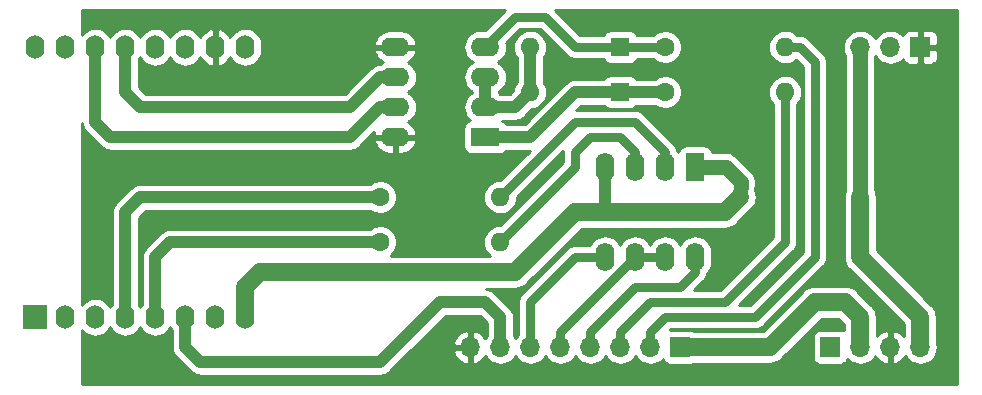
<source format=gbr>
G04 #@! TF.GenerationSoftware,KiCad,Pcbnew,(5.1.0)-1*
G04 #@! TF.CreationDate,2019-06-12T07:31:51+02:00*
G04 #@! TF.ProjectId,SRCtrl_V3,53524374-726c-45f5-9633-2e6b69636164,rev?*
G04 #@! TF.SameCoordinates,Original*
G04 #@! TF.FileFunction,Copper,L1,Top*
G04 #@! TF.FilePolarity,Positive*
%FSLAX46Y46*%
G04 Gerber Fmt 4.6, Leading zero omitted, Abs format (unit mm)*
G04 Created by KiCad (PCBNEW (5.1.0)-1) date 2019-06-12 07:31:51*
%MOMM*%
%LPD*%
G04 APERTURE LIST*
G04 #@! TA.AperFunction,ComponentPad*
%ADD10R,1.600000X2.400000*%
G04 #@! TD*
G04 #@! TA.AperFunction,ComponentPad*
%ADD11O,1.600000X2.400000*%
G04 #@! TD*
G04 #@! TA.AperFunction,ComponentPad*
%ADD12C,1.600000*%
G04 #@! TD*
G04 #@! TA.AperFunction,ComponentPad*
%ADD13O,1.600000X1.600000*%
G04 #@! TD*
G04 #@! TA.AperFunction,ComponentPad*
%ADD14O,1.600000X2.000000*%
G04 #@! TD*
G04 #@! TA.AperFunction,ComponentPad*
%ADD15R,2.000000X2.000000*%
G04 #@! TD*
G04 #@! TA.AperFunction,ComponentPad*
%ADD16O,1.700000X1.700000*%
G04 #@! TD*
G04 #@! TA.AperFunction,ComponentPad*
%ADD17R,1.700000X1.700000*%
G04 #@! TD*
G04 #@! TA.AperFunction,ComponentPad*
%ADD18O,2.400000X1.600000*%
G04 #@! TD*
G04 #@! TA.AperFunction,ComponentPad*
%ADD19R,2.400000X1.600000*%
G04 #@! TD*
G04 #@! TA.AperFunction,ComponentPad*
%ADD20R,1.600000X1.600000*%
G04 #@! TD*
G04 #@! TA.AperFunction,ViaPad*
%ADD21C,0.800000*%
G04 #@! TD*
G04 #@! TA.AperFunction,Conductor*
%ADD22C,1.016000*%
G04 #@! TD*
G04 #@! TA.AperFunction,Conductor*
%ADD23C,0.762000*%
G04 #@! TD*
G04 #@! TA.AperFunction,Conductor*
%ADD24C,1.524000*%
G04 #@! TD*
G04 #@! TA.AperFunction,Conductor*
%ADD25C,1.270000*%
G04 #@! TD*
G04 #@! TA.AperFunction,Conductor*
%ADD26C,0.254000*%
G04 #@! TD*
G04 APERTURE END LIST*
D10*
G04 #@! TO.P,U3,1*
G04 #@! TO.N,VCC*
X149860000Y-39370000D03*
D11*
G04 #@! TO.P,U3,5*
G04 #@! TO.N,/TasterOut2*
X142240000Y-46990000D03*
G04 #@! TO.P,U3,2*
G04 #@! TO.N,Net-(R3-Pad2)*
X147320000Y-39370000D03*
G04 #@! TO.P,U3,6*
G04 #@! TO.N,/TasterOutCom*
X144780000Y-46990000D03*
G04 #@! TO.P,U3,3*
G04 #@! TO.N,Net-(R4-Pad2)*
X144780000Y-39370000D03*
G04 #@! TO.P,U3,7*
G04 #@! TO.N,/TasterOutCom*
X147320000Y-46990000D03*
G04 #@! TO.P,U3,4*
G04 #@! TO.N,VCC*
X142240000Y-39370000D03*
G04 #@! TO.P,U3,8*
G04 #@! TO.N,/TasterOut1*
X149860000Y-46990000D03*
G04 #@! TD*
D12*
G04 #@! TO.P,R4,1*
G04 #@! TO.N,/Taster2*
X123190000Y-45720000D03*
D13*
G04 #@! TO.P,R4,2*
G04 #@! TO.N,Net-(R4-Pad2)*
X133350000Y-45720000D03*
G04 #@! TD*
D14*
G04 #@! TO.P,U2,2*
G04 #@! TO.N,N/C*
X96520000Y-52070000D03*
D15*
G04 #@! TO.P,U2,1*
X93980000Y-52070000D03*
D14*
G04 #@! TO.P,U2,3*
X99060000Y-52070000D03*
G04 #@! TO.P,U2,4*
G04 #@! TO.N,/Taster1*
X101600000Y-52070000D03*
G04 #@! TO.P,U2,5*
G04 #@! TO.N,/Taster2*
X104140000Y-52070000D03*
G04 #@! TO.P,U2,6*
G04 #@! TO.N,/HallSensorIn*
X106680000Y-52070000D03*
G04 #@! TO.P,U2,7*
G04 #@! TO.N,N/C*
X109220000Y-52070000D03*
G04 #@! TO.P,U2,8*
G04 #@! TO.N,VCC*
X111760000Y-52070000D03*
G04 #@! TO.P,U2,9*
G04 #@! TO.N,N/C*
X111760000Y-29210000D03*
G04 #@! TO.P,U2,10*
G04 #@! TO.N,GND*
X109220000Y-29210000D03*
G04 #@! TO.P,U2,11*
G04 #@! TO.N,N/C*
X106680000Y-29210000D03*
G04 #@! TO.P,U2,12*
G04 #@! TO.N,/DQ*
X104140000Y-29210000D03*
G04 #@! TO.P,U2,13*
G04 #@! TO.N,/Motor2*
X101600000Y-29210000D03*
G04 #@! TO.P,U2,14*
G04 #@! TO.N,/Motor1*
X99060000Y-29210000D03*
G04 #@! TO.P,U2,15*
G04 #@! TO.N,N/C*
X96520000Y-29210000D03*
G04 #@! TO.P,U2,16*
X93980000Y-29210000D03*
G04 #@! TD*
D16*
G04 #@! TO.P,J1,8*
G04 #@! TO.N,GND*
X130810000Y-54610000D03*
G04 #@! TO.P,J1,7*
G04 #@! TO.N,/HallSensorIn*
X133350000Y-54610000D03*
G04 #@! TO.P,J1,6*
G04 #@! TO.N,/TasterOut2*
X135890000Y-54610000D03*
G04 #@! TO.P,J1,5*
G04 #@! TO.N,/TasterOutCom*
X138430000Y-54610000D03*
G04 #@! TO.P,J1,4*
G04 #@! TO.N,/TasterOut1*
X140970000Y-54610000D03*
G04 #@! TO.P,J1,3*
G04 #@! TO.N,/MotorIn1*
X143510000Y-54610000D03*
G04 #@! TO.P,J1,2*
G04 #@! TO.N,/MotorIn2*
X146050000Y-54610000D03*
D17*
G04 #@! TO.P,J1,1*
G04 #@! TO.N,+24V*
X148590000Y-54610000D03*
G04 #@! TD*
D18*
G04 #@! TO.P,U1,8*
G04 #@! TO.N,GND*
X124460000Y-36830000D03*
G04 #@! TO.P,U1,4*
G04 #@! TO.N,Net-(D2-Pad1)*
X132080000Y-29210000D03*
G04 #@! TO.P,U1,7*
G04 #@! TO.N,/Motor1*
X124460000Y-34290000D03*
G04 #@! TO.P,U1,3*
G04 #@! TO.N,Net-(D1-Pad2)*
X132080000Y-31750000D03*
G04 #@! TO.P,U1,6*
G04 #@! TO.N,/Motor2*
X124460000Y-31750000D03*
G04 #@! TO.P,U1,2*
G04 #@! TO.N,Net-(D1-Pad2)*
X132080000Y-34290000D03*
G04 #@! TO.P,U1,5*
G04 #@! TO.N,GND*
X124460000Y-29210000D03*
D19*
G04 #@! TO.P,U1,1*
G04 #@! TO.N,Net-(D1-Pad1)*
X132080000Y-36830000D03*
G04 #@! TD*
D13*
G04 #@! TO.P,D1,2*
G04 #@! TO.N,Net-(D1-Pad2)*
X135890000Y-33020000D03*
D20*
G04 #@! TO.P,D1,1*
G04 #@! TO.N,Net-(D1-Pad1)*
X143510000Y-33020000D03*
G04 #@! TD*
G04 #@! TO.P,D2,1*
G04 #@! TO.N,Net-(D2-Pad1)*
X143510000Y-29210000D03*
D13*
G04 #@! TO.P,D2,2*
G04 #@! TO.N,Net-(D1-Pad2)*
X135890000Y-29210000D03*
G04 #@! TD*
D16*
G04 #@! TO.P,J2,4*
G04 #@! TO.N,VCC*
X168910000Y-54610000D03*
G04 #@! TO.P,J2,3*
G04 #@! TO.N,GND*
X166370000Y-54610000D03*
G04 #@! TO.P,J2,2*
G04 #@! TO.N,+24V*
X163830000Y-54610000D03*
D17*
G04 #@! TO.P,J2,1*
G04 #@! TO.N,N/C*
X161290000Y-54610000D03*
G04 #@! TD*
D13*
G04 #@! TO.P,R1,2*
G04 #@! TO.N,/MotorIn1*
X157480000Y-33020000D03*
D12*
G04 #@! TO.P,R1,1*
G04 #@! TO.N,Net-(D1-Pad1)*
X147320000Y-33020000D03*
G04 #@! TD*
G04 #@! TO.P,R2,1*
G04 #@! TO.N,Net-(D2-Pad1)*
X147320000Y-29210000D03*
D13*
G04 #@! TO.P,R2,2*
G04 #@! TO.N,/MotorIn2*
X157480000Y-29210000D03*
G04 #@! TD*
G04 #@! TO.P,R3,2*
G04 #@! TO.N,Net-(R3-Pad2)*
X133350000Y-41910000D03*
D12*
G04 #@! TO.P,R3,1*
G04 #@! TO.N,/Taster1*
X123190000Y-41910000D03*
G04 #@! TD*
D16*
G04 #@! TO.P,J3,3*
G04 #@! TO.N,VCC*
X163830000Y-29210000D03*
G04 #@! TO.P,J3,2*
G04 #@! TO.N,/DQ*
X166370000Y-29210000D03*
D17*
G04 #@! TO.P,J3,1*
G04 #@! TO.N,GND*
X168910000Y-29210000D03*
G04 #@! TD*
D21*
G04 #@! TO.N,VCC*
X153670000Y-41910000D03*
X163830000Y-41910000D03*
G04 #@! TD*
D22*
G04 #@! TO.N,Net-(D1-Pad2)*
X135890000Y-29210000D02*
X135890000Y-33020000D01*
X132080000Y-31750000D02*
X132080000Y-34290000D01*
X132080000Y-34290000D02*
X134620000Y-34290000D01*
X134620000Y-34290000D02*
X135890000Y-33020000D01*
G04 #@! TO.N,Net-(D1-Pad1)*
X139700000Y-33020000D02*
X135890000Y-36830000D01*
X143510000Y-33020000D02*
X139700000Y-33020000D01*
X135890000Y-36830000D02*
X132080000Y-36830000D01*
X143510000Y-33020000D02*
X147320000Y-33020000D01*
D23*
G04 #@! TO.N,Net-(D2-Pad1)*
X143510000Y-29210000D02*
X147320000Y-29210000D01*
X132080000Y-29210000D02*
X134620000Y-26670000D01*
X134620000Y-26670000D02*
X137160000Y-26670000D01*
X137160000Y-26670000D02*
X139700000Y-29210000D01*
X139700000Y-29210000D02*
X143510000Y-29210000D01*
D22*
G04 #@! TO.N,/HallSensorIn*
X106680000Y-52070000D02*
X106680000Y-54610000D01*
X106680000Y-54610000D02*
X107950000Y-55880000D01*
X107950000Y-55880000D02*
X123190000Y-55880000D01*
X123190000Y-55880000D02*
X128270000Y-50800000D01*
X128270000Y-50800000D02*
X132080000Y-50800000D01*
X132080000Y-50800000D02*
X133350000Y-52070000D01*
X133350000Y-52070000D02*
X133350000Y-54610000D01*
D23*
G04 #@! TO.N,/TasterOut2*
X135890000Y-54610000D02*
X135890000Y-50800000D01*
X135890000Y-50800000D02*
X139700000Y-46990000D01*
X139700000Y-46990000D02*
X142240000Y-46990000D01*
G04 #@! TO.N,/TasterOutCom*
X147320000Y-46990000D02*
X144780000Y-46990000D01*
X144780000Y-46990000D02*
X138430000Y-53340000D01*
X138430000Y-53340000D02*
X138430000Y-54610000D01*
G04 #@! TO.N,/TasterOut1*
X140970000Y-53340000D02*
X140970000Y-54610000D01*
X144780000Y-49530000D02*
X140970000Y-53340000D01*
X148590000Y-49530000D02*
X144780000Y-49530000D01*
X149860000Y-46990000D02*
X149860000Y-48260000D01*
X149860000Y-48260000D02*
X148590000Y-49530000D01*
G04 #@! TO.N,/MotorIn2*
X146050000Y-54610000D02*
X146050000Y-53340000D01*
X146050000Y-53340000D02*
X147320000Y-52070000D01*
X147320000Y-52070000D02*
X154940000Y-52070000D01*
X154940000Y-52070000D02*
X160020000Y-46990000D01*
X158750000Y-29210000D02*
X157480000Y-29210000D01*
X160020000Y-46990000D02*
X160020000Y-30480000D01*
X160020000Y-30480000D02*
X158750000Y-29210000D01*
G04 #@! TO.N,/MotorIn1*
X157480000Y-45720000D02*
X152400000Y-50800000D01*
X152400000Y-50800000D02*
X146050000Y-50800000D01*
X146050000Y-50800000D02*
X143510000Y-53340000D01*
X143510000Y-53340000D02*
X143510000Y-54610000D01*
X157480000Y-33020000D02*
X157480000Y-45720000D01*
D24*
G04 #@! TO.N,+24V*
X148590000Y-54610000D02*
X156210000Y-54610000D01*
X156210000Y-54610000D02*
X160020000Y-50800000D01*
X160020000Y-50800000D02*
X162560000Y-50800000D01*
X162560000Y-50800000D02*
X163830000Y-52070000D01*
X163830000Y-52070000D02*
X163830000Y-54610000D01*
G04 #@! TO.N,VCC*
X139700000Y-43180000D02*
X134620000Y-48260000D01*
X111760000Y-49530000D02*
X111760000Y-52070000D01*
X134620000Y-48260000D02*
X113030000Y-48260000D01*
X113030000Y-48260000D02*
X111760000Y-49530000D01*
X142240000Y-43180000D02*
X139700000Y-43180000D01*
X142240000Y-43180000D02*
X152400000Y-43180000D01*
X152400000Y-43180000D02*
X153670000Y-41910000D01*
D25*
X153701702Y-40608298D02*
X153670000Y-41910000D01*
X149860000Y-39370000D02*
X152463404Y-39370000D01*
X152463404Y-39370000D02*
X153701702Y-40608298D01*
D22*
X142240000Y-39370000D02*
X142240000Y-43180000D01*
D25*
X163830000Y-31750000D02*
X163830000Y-29210000D01*
X163830000Y-41910000D02*
X163830000Y-31750000D01*
D24*
X168910000Y-54610000D02*
X168910000Y-52070000D01*
X168910000Y-52070000D02*
X163830000Y-46990000D01*
X163830000Y-46990000D02*
X163830000Y-41910000D01*
D23*
G04 #@! TO.N,Net-(R3-Pad2)*
X139700000Y-35560000D02*
X133350000Y-41910000D01*
X144780000Y-35560000D02*
X139700000Y-35560000D01*
X147320000Y-39370000D02*
X147320000Y-38100000D01*
X147320000Y-38100000D02*
X144780000Y-35560000D01*
D22*
G04 #@! TO.N,/Taster1*
X101600000Y-52070000D02*
X101600000Y-43180000D01*
X101600000Y-43180000D02*
X102870000Y-41910000D01*
X102870000Y-41910000D02*
X123190000Y-41910000D01*
G04 #@! TO.N,/Taster2*
X105410000Y-45720000D02*
X123190000Y-45720000D01*
X104140000Y-52070000D02*
X104140000Y-46990000D01*
X104140000Y-46990000D02*
X105410000Y-45720000D01*
D23*
G04 #@! TO.N,Net-(R4-Pad2)*
X143510000Y-36830000D02*
X140970000Y-36830000D01*
X144780000Y-39370000D02*
X144780000Y-38100000D01*
X144780000Y-38100000D02*
X143510000Y-36830000D01*
X133350000Y-45720000D02*
X139700000Y-39370000D01*
X139700000Y-39370000D02*
X139700000Y-38100000D01*
X139700000Y-38100000D02*
X140970000Y-36830000D01*
D22*
G04 #@! TO.N,/Motor1*
X100330000Y-36830000D02*
X120650000Y-36830000D01*
X99060000Y-29210000D02*
X99060000Y-35560000D01*
X99060000Y-35560000D02*
X100330000Y-36830000D01*
X124460000Y-34290000D02*
X123190000Y-34290000D01*
X123190000Y-34290000D02*
X120650000Y-36830000D01*
G04 #@! TO.N,/Motor2*
X102870000Y-34290000D02*
X120650000Y-34290000D01*
X101600000Y-29210000D02*
X101600000Y-33020000D01*
X101600000Y-33020000D02*
X102870000Y-34290000D01*
X124460000Y-31750000D02*
X123190000Y-31750000D01*
X123190000Y-31750000D02*
X120650000Y-34290000D01*
G04 #@! TD*
D26*
G04 #@! TO.N,GND*
G36*
X172035001Y-57735000D02*
G01*
X97917000Y-57735000D01*
X97917000Y-53139254D01*
X98040393Y-53289608D01*
X98258900Y-53468932D01*
X98508193Y-53602182D01*
X98778692Y-53684236D01*
X99060000Y-53711943D01*
X99341309Y-53684236D01*
X99611808Y-53602182D01*
X99861101Y-53468932D01*
X100079608Y-53289608D01*
X100258932Y-53071101D01*
X100330000Y-52938142D01*
X100401068Y-53071101D01*
X100580393Y-53289608D01*
X100798900Y-53468932D01*
X101048193Y-53602182D01*
X101318692Y-53684236D01*
X101600000Y-53711943D01*
X101881309Y-53684236D01*
X102151808Y-53602182D01*
X102401101Y-53468932D01*
X102619608Y-53289608D01*
X102798932Y-53071101D01*
X102870000Y-52938142D01*
X102941068Y-53071101D01*
X103120393Y-53289608D01*
X103338900Y-53468932D01*
X103588193Y-53602182D01*
X103858692Y-53684236D01*
X104140000Y-53711943D01*
X104421309Y-53684236D01*
X104691808Y-53602182D01*
X104941101Y-53468932D01*
X105159608Y-53289608D01*
X105338932Y-53071101D01*
X105410000Y-52938142D01*
X105481068Y-53071101D01*
X105537000Y-53139254D01*
X105537001Y-54553852D01*
X105531471Y-54610000D01*
X105553539Y-54834067D01*
X105604083Y-55000686D01*
X105618898Y-55049523D01*
X105725033Y-55248089D01*
X105867868Y-55422133D01*
X105911478Y-55457923D01*
X107102077Y-56648523D01*
X107137867Y-56692133D01*
X107311911Y-56834968D01*
X107510477Y-56941103D01*
X107660574Y-56986635D01*
X107725932Y-57006461D01*
X107748600Y-57008694D01*
X107893854Y-57023000D01*
X107893860Y-57023000D01*
X107949999Y-57028529D01*
X108006138Y-57023000D01*
X123133861Y-57023000D01*
X123190000Y-57028529D01*
X123246139Y-57023000D01*
X123246146Y-57023000D01*
X123414067Y-57006461D01*
X123629523Y-56941103D01*
X123828089Y-56834968D01*
X124002133Y-56692133D01*
X124037927Y-56648518D01*
X125719554Y-54966891D01*
X129368519Y-54966891D01*
X129465843Y-55241252D01*
X129614822Y-55491355D01*
X129809731Y-55707588D01*
X130043080Y-55881641D01*
X130305901Y-56006825D01*
X130453110Y-56051476D01*
X130683000Y-55930155D01*
X130683000Y-54737000D01*
X129489186Y-54737000D01*
X129368519Y-54966891D01*
X125719554Y-54966891D01*
X126433336Y-54253109D01*
X129368519Y-54253109D01*
X129489186Y-54483000D01*
X130683000Y-54483000D01*
X130683000Y-53289845D01*
X130453110Y-53168524D01*
X130305901Y-53213175D01*
X130043080Y-53338359D01*
X129809731Y-53512412D01*
X129614822Y-53728645D01*
X129465843Y-53978748D01*
X129368519Y-54253109D01*
X126433336Y-54253109D01*
X128743446Y-51943000D01*
X131606555Y-51943000D01*
X132207000Y-52543446D01*
X132207001Y-53661930D01*
X132109294Y-53780986D01*
X132074799Y-53845523D01*
X132005178Y-53728645D01*
X131810269Y-53512412D01*
X131576920Y-53338359D01*
X131314099Y-53213175D01*
X131166890Y-53168524D01*
X130937000Y-53289845D01*
X130937000Y-54483000D01*
X130957000Y-54483000D01*
X130957000Y-54737000D01*
X130937000Y-54737000D01*
X130937000Y-55930155D01*
X131166890Y-56051476D01*
X131314099Y-56006825D01*
X131576920Y-55881641D01*
X131810269Y-55707588D01*
X132005178Y-55491355D01*
X132074799Y-55374477D01*
X132109294Y-55439014D01*
X132294866Y-55665134D01*
X132520986Y-55850706D01*
X132778966Y-55988599D01*
X133058889Y-56073513D01*
X133277050Y-56095000D01*
X133422950Y-56095000D01*
X133641111Y-56073513D01*
X133921034Y-55988599D01*
X134179014Y-55850706D01*
X134405134Y-55665134D01*
X134590706Y-55439014D01*
X134620000Y-55384209D01*
X134649294Y-55439014D01*
X134834866Y-55665134D01*
X135060986Y-55850706D01*
X135318966Y-55988599D01*
X135598889Y-56073513D01*
X135817050Y-56095000D01*
X135962950Y-56095000D01*
X136181111Y-56073513D01*
X136461034Y-55988599D01*
X136719014Y-55850706D01*
X136945134Y-55665134D01*
X137130706Y-55439014D01*
X137160000Y-55384209D01*
X137189294Y-55439014D01*
X137374866Y-55665134D01*
X137600986Y-55850706D01*
X137858966Y-55988599D01*
X138138889Y-56073513D01*
X138357050Y-56095000D01*
X138502950Y-56095000D01*
X138721111Y-56073513D01*
X139001034Y-55988599D01*
X139259014Y-55850706D01*
X139485134Y-55665134D01*
X139670706Y-55439014D01*
X139700000Y-55384209D01*
X139729294Y-55439014D01*
X139914866Y-55665134D01*
X140140986Y-55850706D01*
X140398966Y-55988599D01*
X140678889Y-56073513D01*
X140897050Y-56095000D01*
X141042950Y-56095000D01*
X141261111Y-56073513D01*
X141541034Y-55988599D01*
X141799014Y-55850706D01*
X142025134Y-55665134D01*
X142210706Y-55439014D01*
X142240000Y-55384209D01*
X142269294Y-55439014D01*
X142454866Y-55665134D01*
X142680986Y-55850706D01*
X142938966Y-55988599D01*
X143218889Y-56073513D01*
X143437050Y-56095000D01*
X143582950Y-56095000D01*
X143801111Y-56073513D01*
X144081034Y-55988599D01*
X144339014Y-55850706D01*
X144565134Y-55665134D01*
X144750706Y-55439014D01*
X144780000Y-55384209D01*
X144809294Y-55439014D01*
X144994866Y-55665134D01*
X145220986Y-55850706D01*
X145478966Y-55988599D01*
X145758889Y-56073513D01*
X145977050Y-56095000D01*
X146122950Y-56095000D01*
X146341111Y-56073513D01*
X146621034Y-55988599D01*
X146879014Y-55850706D01*
X147105134Y-55665134D01*
X147129607Y-55635313D01*
X147150498Y-55704180D01*
X147209463Y-55814494D01*
X147288815Y-55911185D01*
X147385506Y-55990537D01*
X147495820Y-56049502D01*
X147615518Y-56085812D01*
X147740000Y-56098072D01*
X149440000Y-56098072D01*
X149564482Y-56085812D01*
X149684180Y-56049502D01*
X149763694Y-56007000D01*
X156141375Y-56007000D01*
X156210000Y-56013759D01*
X156278625Y-56007000D01*
X156483860Y-55986786D01*
X156747195Y-55906904D01*
X156989887Y-55777183D01*
X157202608Y-55602608D01*
X157246364Y-55549291D01*
X160598656Y-52197000D01*
X161981344Y-52197000D01*
X162433000Y-52648657D01*
X162433000Y-53196593D01*
X162384180Y-53170498D01*
X162264482Y-53134188D01*
X162140000Y-53121928D01*
X160440000Y-53121928D01*
X160315518Y-53134188D01*
X160195820Y-53170498D01*
X160085506Y-53229463D01*
X159988815Y-53308815D01*
X159909463Y-53405506D01*
X159850498Y-53515820D01*
X159814188Y-53635518D01*
X159801928Y-53760000D01*
X159801928Y-55460000D01*
X159814188Y-55584482D01*
X159850498Y-55704180D01*
X159909463Y-55814494D01*
X159988815Y-55911185D01*
X160085506Y-55990537D01*
X160195820Y-56049502D01*
X160315518Y-56085812D01*
X160440000Y-56098072D01*
X162140000Y-56098072D01*
X162264482Y-56085812D01*
X162384180Y-56049502D01*
X162494494Y-55990537D01*
X162591185Y-55911185D01*
X162670537Y-55814494D01*
X162729502Y-55704180D01*
X162750393Y-55635313D01*
X162774866Y-55665134D01*
X163000986Y-55850706D01*
X163258966Y-55988599D01*
X163538889Y-56073513D01*
X163757050Y-56095000D01*
X163902950Y-56095000D01*
X164121111Y-56073513D01*
X164401034Y-55988599D01*
X164659014Y-55850706D01*
X164885134Y-55665134D01*
X165070706Y-55439014D01*
X165105201Y-55374477D01*
X165174822Y-55491355D01*
X165369731Y-55707588D01*
X165603080Y-55881641D01*
X165865901Y-56006825D01*
X166013110Y-56051476D01*
X166243000Y-55930155D01*
X166243000Y-54737000D01*
X166223000Y-54737000D01*
X166223000Y-54483000D01*
X166243000Y-54483000D01*
X166243000Y-53289845D01*
X166013110Y-53168524D01*
X165865901Y-53213175D01*
X165603080Y-53338359D01*
X165369731Y-53512412D01*
X165227000Y-53670758D01*
X165227000Y-52138624D01*
X165233759Y-52069999D01*
X165206786Y-51796140D01*
X165205715Y-51792608D01*
X165126904Y-51532805D01*
X164997183Y-51290113D01*
X164906377Y-51179466D01*
X164866353Y-51130696D01*
X164866351Y-51130694D01*
X164822607Y-51077392D01*
X164769306Y-51033649D01*
X163596363Y-49860708D01*
X163552608Y-49807392D01*
X163339887Y-49632817D01*
X163097195Y-49503096D01*
X162833860Y-49423214D01*
X162628625Y-49403000D01*
X162560000Y-49396241D01*
X162491375Y-49403000D01*
X160088625Y-49403000D01*
X160020000Y-49396241D01*
X159746140Y-49423214D01*
X159482804Y-49503096D01*
X159240113Y-49632817D01*
X159027392Y-49807392D01*
X158983641Y-49860703D01*
X155631345Y-53213000D01*
X149763694Y-53213000D01*
X149684180Y-53170498D01*
X149564482Y-53134188D01*
X149440000Y-53121928D01*
X147740000Y-53121928D01*
X147701080Y-53125761D01*
X147740841Y-53086000D01*
X154890098Y-53086000D01*
X154940000Y-53090915D01*
X154989902Y-53086000D01*
X155139171Y-53071298D01*
X155330687Y-53013202D01*
X155507190Y-52918860D01*
X155661896Y-52791896D01*
X155693712Y-52753128D01*
X160703133Y-47743708D01*
X160741896Y-47711896D01*
X160868860Y-47557190D01*
X160946924Y-47411141D01*
X160963202Y-47380688D01*
X161021298Y-47189171D01*
X161034156Y-47058624D01*
X161036000Y-47039902D01*
X161036000Y-47039901D01*
X161040915Y-46990000D01*
X161036000Y-46940098D01*
X161036000Y-30529893D01*
X161040914Y-30479999D01*
X161036000Y-30430105D01*
X161036000Y-30430098D01*
X161021298Y-30280829D01*
X160963202Y-30089313D01*
X160868860Y-29912810D01*
X160741896Y-29758104D01*
X160703133Y-29726292D01*
X160186841Y-29210000D01*
X162337815Y-29210000D01*
X162366487Y-29501111D01*
X162451401Y-29781034D01*
X162560001Y-29984210D01*
X162560000Y-31812379D01*
X162560001Y-31812389D01*
X162560000Y-41322473D01*
X162533097Y-41372805D01*
X162453215Y-41636140D01*
X162433001Y-41841375D01*
X162433000Y-46921375D01*
X162426241Y-46990000D01*
X162433000Y-47058624D01*
X162453214Y-47263859D01*
X162533096Y-47527194D01*
X162662817Y-47769886D01*
X162837392Y-47982607D01*
X162890705Y-48026360D01*
X167513001Y-52648657D01*
X167513000Y-53670759D01*
X167370269Y-53512412D01*
X167136920Y-53338359D01*
X166874099Y-53213175D01*
X166726890Y-53168524D01*
X166497000Y-53289845D01*
X166497000Y-54483000D01*
X166517000Y-54483000D01*
X166517000Y-54737000D01*
X166497000Y-54737000D01*
X166497000Y-55930155D01*
X166726890Y-56051476D01*
X166874099Y-56006825D01*
X167136920Y-55881641D01*
X167370269Y-55707588D01*
X167565178Y-55491355D01*
X167634799Y-55374477D01*
X167669294Y-55439014D01*
X167854866Y-55665134D01*
X168080986Y-55850706D01*
X168338966Y-55988599D01*
X168618889Y-56073513D01*
X168837050Y-56095000D01*
X168982950Y-56095000D01*
X169201111Y-56073513D01*
X169481034Y-55988599D01*
X169739014Y-55850706D01*
X169965134Y-55665134D01*
X170150706Y-55439014D01*
X170288599Y-55181034D01*
X170373513Y-54901111D01*
X170402185Y-54610000D01*
X170373513Y-54318889D01*
X170307000Y-54099626D01*
X170307000Y-52138625D01*
X170313759Y-52070000D01*
X170286786Y-51796140D01*
X170285715Y-51792608D01*
X170206904Y-51532805D01*
X170077183Y-51290113D01*
X169902608Y-51077392D01*
X169849297Y-51033641D01*
X165227000Y-46411345D01*
X165227000Y-41841375D01*
X165206786Y-41636140D01*
X165126904Y-41372805D01*
X165100000Y-41322471D01*
X165100000Y-29984209D01*
X165129294Y-30039014D01*
X165314866Y-30265134D01*
X165540986Y-30450706D01*
X165798966Y-30588599D01*
X166078889Y-30673513D01*
X166297050Y-30695000D01*
X166442950Y-30695000D01*
X166661111Y-30673513D01*
X166941034Y-30588599D01*
X167199014Y-30450706D01*
X167425134Y-30265134D01*
X167449607Y-30235313D01*
X167470498Y-30304180D01*
X167529463Y-30414494D01*
X167608815Y-30511185D01*
X167705506Y-30590537D01*
X167815820Y-30649502D01*
X167935518Y-30685812D01*
X168060000Y-30698072D01*
X168624250Y-30695000D01*
X168783000Y-30536250D01*
X168783000Y-29337000D01*
X169037000Y-29337000D01*
X169037000Y-30536250D01*
X169195750Y-30695000D01*
X169760000Y-30698072D01*
X169884482Y-30685812D01*
X170004180Y-30649502D01*
X170114494Y-30590537D01*
X170211185Y-30511185D01*
X170290537Y-30414494D01*
X170349502Y-30304180D01*
X170385812Y-30184482D01*
X170398072Y-30060000D01*
X170395000Y-29495750D01*
X170236250Y-29337000D01*
X169037000Y-29337000D01*
X168783000Y-29337000D01*
X168763000Y-29337000D01*
X168763000Y-29083000D01*
X168783000Y-29083000D01*
X168783000Y-27883750D01*
X169037000Y-27883750D01*
X169037000Y-29083000D01*
X170236250Y-29083000D01*
X170395000Y-28924250D01*
X170398072Y-28360000D01*
X170385812Y-28235518D01*
X170349502Y-28115820D01*
X170290537Y-28005506D01*
X170211185Y-27908815D01*
X170114494Y-27829463D01*
X170004180Y-27770498D01*
X169884482Y-27734188D01*
X169760000Y-27721928D01*
X169195750Y-27725000D01*
X169037000Y-27883750D01*
X168783000Y-27883750D01*
X168624250Y-27725000D01*
X168060000Y-27721928D01*
X167935518Y-27734188D01*
X167815820Y-27770498D01*
X167705506Y-27829463D01*
X167608815Y-27908815D01*
X167529463Y-28005506D01*
X167470498Y-28115820D01*
X167449607Y-28184687D01*
X167425134Y-28154866D01*
X167199014Y-27969294D01*
X166941034Y-27831401D01*
X166661111Y-27746487D01*
X166442950Y-27725000D01*
X166297050Y-27725000D01*
X166078889Y-27746487D01*
X165798966Y-27831401D01*
X165540986Y-27969294D01*
X165314866Y-28154866D01*
X165129294Y-28380986D01*
X165100000Y-28435791D01*
X165070706Y-28380986D01*
X164885134Y-28154866D01*
X164659014Y-27969294D01*
X164401034Y-27831401D01*
X164121111Y-27746487D01*
X163902950Y-27725000D01*
X163757050Y-27725000D01*
X163538889Y-27746487D01*
X163258966Y-27831401D01*
X163000986Y-27969294D01*
X162774866Y-28154866D01*
X162589294Y-28380986D01*
X162451401Y-28638966D01*
X162366487Y-28918889D01*
X162337815Y-29210000D01*
X160186841Y-29210000D01*
X159503712Y-28526872D01*
X159471896Y-28488104D01*
X159317190Y-28361140D01*
X159140687Y-28266798D01*
X158949171Y-28208702D01*
X158799902Y-28194000D01*
X158750000Y-28189085D01*
X158700098Y-28194000D01*
X158502569Y-28194000D01*
X158499608Y-28190392D01*
X158281101Y-28011068D01*
X158031808Y-27877818D01*
X157761309Y-27795764D01*
X157550492Y-27775000D01*
X157409508Y-27775000D01*
X157198691Y-27795764D01*
X156928192Y-27877818D01*
X156678899Y-28011068D01*
X156460392Y-28190392D01*
X156281068Y-28408899D01*
X156147818Y-28658192D01*
X156065764Y-28928691D01*
X156038057Y-29210000D01*
X156065764Y-29491309D01*
X156147818Y-29761808D01*
X156281068Y-30011101D01*
X156460392Y-30229608D01*
X156678899Y-30408932D01*
X156928192Y-30542182D01*
X157198691Y-30624236D01*
X157409508Y-30645000D01*
X157550492Y-30645000D01*
X157761309Y-30624236D01*
X158031808Y-30542182D01*
X158281101Y-30408932D01*
X158407972Y-30304812D01*
X159004001Y-30900842D01*
X159004000Y-46569159D01*
X154519160Y-51054000D01*
X153582840Y-51054000D01*
X158163135Y-46473706D01*
X158201896Y-46441896D01*
X158328860Y-46287190D01*
X158406925Y-46141140D01*
X158423202Y-46110688D01*
X158481298Y-45919171D01*
X158500915Y-45720000D01*
X158496000Y-45670098D01*
X158496000Y-34042569D01*
X158499608Y-34039608D01*
X158678932Y-33821101D01*
X158812182Y-33571808D01*
X158894236Y-33301309D01*
X158921943Y-33020000D01*
X158894236Y-32738691D01*
X158812182Y-32468192D01*
X158678932Y-32218899D01*
X158499608Y-32000392D01*
X158281101Y-31821068D01*
X158031808Y-31687818D01*
X157761309Y-31605764D01*
X157550492Y-31585000D01*
X157409508Y-31585000D01*
X157198691Y-31605764D01*
X156928192Y-31687818D01*
X156678899Y-31821068D01*
X156460392Y-32000392D01*
X156281068Y-32218899D01*
X156147818Y-32468192D01*
X156065764Y-32738691D01*
X156038057Y-33020000D01*
X156065764Y-33301309D01*
X156147818Y-33571808D01*
X156281068Y-33821101D01*
X156460392Y-34039608D01*
X156464000Y-34042569D01*
X156464001Y-45299158D01*
X151979160Y-49784000D01*
X149772840Y-49784000D01*
X150543133Y-49013708D01*
X150581896Y-48981896D01*
X150708860Y-48827190D01*
X150803202Y-48650687D01*
X150861298Y-48459171D01*
X150864999Y-48421597D01*
X150879607Y-48409608D01*
X151058932Y-48191101D01*
X151192182Y-47941808D01*
X151274236Y-47671309D01*
X151295000Y-47460492D01*
X151295000Y-46519509D01*
X151274236Y-46308691D01*
X151192182Y-46038192D01*
X151058932Y-45788899D01*
X150879608Y-45570392D01*
X150661101Y-45391068D01*
X150411808Y-45257818D01*
X150141309Y-45175764D01*
X149860000Y-45148057D01*
X149578692Y-45175764D01*
X149308193Y-45257818D01*
X149058900Y-45391068D01*
X148840393Y-45570392D01*
X148661068Y-45788899D01*
X148590000Y-45921858D01*
X148518932Y-45788899D01*
X148339608Y-45570392D01*
X148121101Y-45391068D01*
X147871808Y-45257818D01*
X147601309Y-45175764D01*
X147320000Y-45148057D01*
X147038692Y-45175764D01*
X146768193Y-45257818D01*
X146518900Y-45391068D01*
X146300393Y-45570392D01*
X146121068Y-45788899D01*
X146050000Y-45921858D01*
X145978932Y-45788899D01*
X145799608Y-45570392D01*
X145581101Y-45391068D01*
X145331808Y-45257818D01*
X145061309Y-45175764D01*
X144780000Y-45148057D01*
X144498692Y-45175764D01*
X144228193Y-45257818D01*
X143978900Y-45391068D01*
X143760393Y-45570392D01*
X143581068Y-45788899D01*
X143510000Y-45921858D01*
X143438932Y-45788899D01*
X143259608Y-45570392D01*
X143041101Y-45391068D01*
X142791808Y-45257818D01*
X142521309Y-45175764D01*
X142240000Y-45148057D01*
X141958692Y-45175764D01*
X141688193Y-45257818D01*
X141438900Y-45391068D01*
X141220393Y-45570392D01*
X141041068Y-45788899D01*
X140942129Y-45974000D01*
X139749902Y-45974000D01*
X139700000Y-45969085D01*
X139650098Y-45974000D01*
X139500829Y-45988702D01*
X139309313Y-46046798D01*
X139132810Y-46141140D01*
X138978104Y-46268104D01*
X138946292Y-46306867D01*
X135206868Y-50046292D01*
X135168105Y-50078104D01*
X135041141Y-50232810D01*
X134972902Y-50360477D01*
X134946799Y-50409313D01*
X134888702Y-50600830D01*
X134869085Y-50800000D01*
X134874001Y-50849912D01*
X134874000Y-53522749D01*
X134834866Y-53554866D01*
X134649294Y-53780986D01*
X134620000Y-53835791D01*
X134590706Y-53780986D01*
X134493000Y-53661931D01*
X134493000Y-52126138D01*
X134498529Y-52069999D01*
X134493000Y-52013860D01*
X134493000Y-52013854D01*
X134476461Y-51845933D01*
X134411103Y-51630477D01*
X134304968Y-51431911D01*
X134162133Y-51257867D01*
X134118524Y-51222078D01*
X132927927Y-50031482D01*
X132892133Y-49987867D01*
X132718089Y-49845032D01*
X132519523Y-49738897D01*
X132304067Y-49673539D01*
X132136146Y-49657000D01*
X134551375Y-49657000D01*
X134620000Y-49663759D01*
X134688625Y-49657000D01*
X134893860Y-49636786D01*
X135157195Y-49556904D01*
X135399887Y-49427183D01*
X135612608Y-49252608D01*
X135656364Y-49199291D01*
X140278656Y-44577000D01*
X152331375Y-44577000D01*
X152400000Y-44583759D01*
X152468625Y-44577000D01*
X152673860Y-44556786D01*
X152937195Y-44476904D01*
X153179887Y-44347183D01*
X153392608Y-44172608D01*
X153436363Y-44119292D01*
X154706353Y-42849304D01*
X154837182Y-42689887D01*
X154966903Y-42447196D01*
X155046786Y-42183860D01*
X155073759Y-41910001D01*
X155046786Y-41636141D01*
X154966903Y-41372805D01*
X154954045Y-41348749D01*
X154970184Y-40686095D01*
X154977846Y-40608298D01*
X154967099Y-40499184D01*
X154959015Y-40389883D01*
X154954854Y-40374858D01*
X154953325Y-40359335D01*
X154921496Y-40254409D01*
X154892245Y-40148789D01*
X154885233Y-40134864D01*
X154880705Y-40119939D01*
X154829028Y-40023258D01*
X154779724Y-39925355D01*
X154770127Y-39913062D01*
X154762776Y-39899310D01*
X154693217Y-39814551D01*
X154625774Y-39728166D01*
X154566586Y-39677130D01*
X153405545Y-38516090D01*
X153365774Y-38467630D01*
X153172392Y-38308925D01*
X152951763Y-38190997D01*
X152712367Y-38118377D01*
X152525784Y-38100000D01*
X152525777Y-38100000D01*
X152463404Y-38093857D01*
X152401031Y-38100000D01*
X151291178Y-38100000D01*
X151285812Y-38045518D01*
X151249502Y-37925820D01*
X151190537Y-37815506D01*
X151111185Y-37718815D01*
X151014494Y-37639463D01*
X150904180Y-37580498D01*
X150784482Y-37544188D01*
X150660000Y-37531928D01*
X149060000Y-37531928D01*
X148935518Y-37544188D01*
X148815820Y-37580498D01*
X148705506Y-37639463D01*
X148608815Y-37718815D01*
X148529463Y-37815506D01*
X148470498Y-37925820D01*
X148434188Y-38045518D01*
X148432419Y-38063482D01*
X148339608Y-37950392D01*
X148324999Y-37938402D01*
X148321298Y-37900829D01*
X148318348Y-37891102D01*
X148295415Y-37815506D01*
X148263202Y-37709313D01*
X148168860Y-37532810D01*
X148041896Y-37378104D01*
X148003133Y-37346292D01*
X145533712Y-34876872D01*
X145501896Y-34838104D01*
X145347190Y-34711140D01*
X145170687Y-34616798D01*
X144979171Y-34558702D01*
X144829902Y-34544000D01*
X144780000Y-34539085D01*
X144730098Y-34544000D01*
X139792446Y-34544000D01*
X140173446Y-34163000D01*
X142173319Y-34163000D01*
X142179463Y-34174494D01*
X142258815Y-34271185D01*
X142355506Y-34350537D01*
X142465820Y-34409502D01*
X142585518Y-34445812D01*
X142710000Y-34458072D01*
X144310000Y-34458072D01*
X144434482Y-34445812D01*
X144554180Y-34409502D01*
X144664494Y-34350537D01*
X144761185Y-34271185D01*
X144840537Y-34174494D01*
X144846681Y-34163000D01*
X146447689Y-34163000D01*
X146640273Y-34291680D01*
X146901426Y-34399853D01*
X147178665Y-34455000D01*
X147461335Y-34455000D01*
X147738574Y-34399853D01*
X147999727Y-34291680D01*
X148234759Y-34134637D01*
X148434637Y-33934759D01*
X148591680Y-33699727D01*
X148699853Y-33438574D01*
X148755000Y-33161335D01*
X148755000Y-32878665D01*
X148699853Y-32601426D01*
X148591680Y-32340273D01*
X148434637Y-32105241D01*
X148234759Y-31905363D01*
X147999727Y-31748320D01*
X147738574Y-31640147D01*
X147461335Y-31585000D01*
X147178665Y-31585000D01*
X146901426Y-31640147D01*
X146640273Y-31748320D01*
X146447689Y-31877000D01*
X144846681Y-31877000D01*
X144840537Y-31865506D01*
X144761185Y-31768815D01*
X144664494Y-31689463D01*
X144554180Y-31630498D01*
X144434482Y-31594188D01*
X144310000Y-31581928D01*
X142710000Y-31581928D01*
X142585518Y-31594188D01*
X142465820Y-31630498D01*
X142355506Y-31689463D01*
X142258815Y-31768815D01*
X142179463Y-31865506D01*
X142173319Y-31877000D01*
X139756139Y-31877000D01*
X139700000Y-31871471D01*
X139643861Y-31877000D01*
X139643854Y-31877000D01*
X139496517Y-31891512D01*
X139475932Y-31893539D01*
X139260476Y-31958897D01*
X139228816Y-31975820D01*
X139061911Y-32065032D01*
X138887867Y-32207867D01*
X138852077Y-32251477D01*
X135416555Y-35687000D01*
X133816681Y-35687000D01*
X133810537Y-35675506D01*
X133731185Y-35578815D01*
X133634494Y-35499463D01*
X133524180Y-35440498D01*
X133499462Y-35433000D01*
X134563861Y-35433000D01*
X134620000Y-35438529D01*
X134676139Y-35433000D01*
X134676146Y-35433000D01*
X134844067Y-35416461D01*
X135059523Y-35351103D01*
X135258089Y-35244968D01*
X135432133Y-35102133D01*
X135467927Y-35058518D01*
X136083568Y-34442878D01*
X136171309Y-34434236D01*
X136441808Y-34352182D01*
X136691101Y-34218932D01*
X136909608Y-34039608D01*
X137088932Y-33821101D01*
X137222182Y-33571808D01*
X137304236Y-33301309D01*
X137331943Y-33020000D01*
X137304236Y-32738691D01*
X137222182Y-32468192D01*
X137088932Y-32218899D01*
X137033000Y-32150746D01*
X137033000Y-30079254D01*
X137088932Y-30011101D01*
X137222182Y-29761808D01*
X137304236Y-29491309D01*
X137331943Y-29210000D01*
X137304236Y-28928691D01*
X137222182Y-28658192D01*
X137088932Y-28408899D01*
X136909608Y-28190392D01*
X136691101Y-28011068D01*
X136441808Y-27877818D01*
X136171309Y-27795764D01*
X135960492Y-27775000D01*
X135819508Y-27775000D01*
X135608691Y-27795764D01*
X135338192Y-27877818D01*
X135088899Y-28011068D01*
X134870392Y-28190392D01*
X134691068Y-28408899D01*
X134557818Y-28658192D01*
X134475764Y-28928691D01*
X134448057Y-29210000D01*
X134475764Y-29491309D01*
X134557818Y-29761808D01*
X134691068Y-30011101D01*
X134747000Y-30079255D01*
X134747001Y-32150745D01*
X134691068Y-32218899D01*
X134557818Y-32468192D01*
X134475764Y-32738691D01*
X134467122Y-32826432D01*
X134146555Y-33147000D01*
X133349254Y-33147000D01*
X133281101Y-33091068D01*
X133223000Y-33060012D01*
X133223000Y-32979988D01*
X133281101Y-32948932D01*
X133499608Y-32769608D01*
X133678932Y-32551101D01*
X133812182Y-32301808D01*
X133894236Y-32031309D01*
X133921943Y-31750000D01*
X133894236Y-31468691D01*
X133812182Y-31198192D01*
X133678932Y-30948899D01*
X133499608Y-30730392D01*
X133281101Y-30551068D01*
X133148142Y-30480000D01*
X133281101Y-30408932D01*
X133499608Y-30229608D01*
X133678932Y-30011101D01*
X133812182Y-29761808D01*
X133894236Y-29491309D01*
X133921943Y-29210000D01*
X133894236Y-28928691D01*
X133871873Y-28854968D01*
X135040841Y-27686000D01*
X136739160Y-27686000D01*
X138946292Y-29893133D01*
X138978104Y-29931896D01*
X139132810Y-30058860D01*
X139309313Y-30153202D01*
X139412429Y-30184482D01*
X139500828Y-30211298D01*
X139520177Y-30213204D01*
X139650098Y-30226000D01*
X139650105Y-30226000D01*
X139699999Y-30230914D01*
X139749893Y-30226000D01*
X142111950Y-30226000D01*
X142120498Y-30254180D01*
X142179463Y-30364494D01*
X142258815Y-30461185D01*
X142355506Y-30540537D01*
X142465820Y-30599502D01*
X142585518Y-30635812D01*
X142710000Y-30648072D01*
X144310000Y-30648072D01*
X144434482Y-30635812D01*
X144554180Y-30599502D01*
X144664494Y-30540537D01*
X144761185Y-30461185D01*
X144840537Y-30364494D01*
X144899502Y-30254180D01*
X144908050Y-30226000D01*
X146306604Y-30226000D01*
X146405241Y-30324637D01*
X146640273Y-30481680D01*
X146901426Y-30589853D01*
X147178665Y-30645000D01*
X147461335Y-30645000D01*
X147738574Y-30589853D01*
X147999727Y-30481680D01*
X148234759Y-30324637D01*
X148434637Y-30124759D01*
X148591680Y-29889727D01*
X148699853Y-29628574D01*
X148755000Y-29351335D01*
X148755000Y-29068665D01*
X148699853Y-28791426D01*
X148591680Y-28530273D01*
X148434637Y-28295241D01*
X148234759Y-28095363D01*
X147999727Y-27938320D01*
X147738574Y-27830147D01*
X147461335Y-27775000D01*
X147178665Y-27775000D01*
X146901426Y-27830147D01*
X146640273Y-27938320D01*
X146405241Y-28095363D01*
X146306604Y-28194000D01*
X144908050Y-28194000D01*
X144899502Y-28165820D01*
X144840537Y-28055506D01*
X144761185Y-27958815D01*
X144664494Y-27879463D01*
X144554180Y-27820498D01*
X144434482Y-27784188D01*
X144310000Y-27771928D01*
X142710000Y-27771928D01*
X142585518Y-27784188D01*
X142465820Y-27820498D01*
X142355506Y-27879463D01*
X142258815Y-27958815D01*
X142179463Y-28055506D01*
X142120498Y-28165820D01*
X142111950Y-28194000D01*
X140120841Y-28194000D01*
X138011840Y-26085000D01*
X172035000Y-26085000D01*
X172035001Y-57735000D01*
X172035001Y-57735000D01*
G37*
X172035001Y-57735000D02*
X97917000Y-57735000D01*
X97917000Y-53139254D01*
X98040393Y-53289608D01*
X98258900Y-53468932D01*
X98508193Y-53602182D01*
X98778692Y-53684236D01*
X99060000Y-53711943D01*
X99341309Y-53684236D01*
X99611808Y-53602182D01*
X99861101Y-53468932D01*
X100079608Y-53289608D01*
X100258932Y-53071101D01*
X100330000Y-52938142D01*
X100401068Y-53071101D01*
X100580393Y-53289608D01*
X100798900Y-53468932D01*
X101048193Y-53602182D01*
X101318692Y-53684236D01*
X101600000Y-53711943D01*
X101881309Y-53684236D01*
X102151808Y-53602182D01*
X102401101Y-53468932D01*
X102619608Y-53289608D01*
X102798932Y-53071101D01*
X102870000Y-52938142D01*
X102941068Y-53071101D01*
X103120393Y-53289608D01*
X103338900Y-53468932D01*
X103588193Y-53602182D01*
X103858692Y-53684236D01*
X104140000Y-53711943D01*
X104421309Y-53684236D01*
X104691808Y-53602182D01*
X104941101Y-53468932D01*
X105159608Y-53289608D01*
X105338932Y-53071101D01*
X105410000Y-52938142D01*
X105481068Y-53071101D01*
X105537000Y-53139254D01*
X105537001Y-54553852D01*
X105531471Y-54610000D01*
X105553539Y-54834067D01*
X105604083Y-55000686D01*
X105618898Y-55049523D01*
X105725033Y-55248089D01*
X105867868Y-55422133D01*
X105911478Y-55457923D01*
X107102077Y-56648523D01*
X107137867Y-56692133D01*
X107311911Y-56834968D01*
X107510477Y-56941103D01*
X107660574Y-56986635D01*
X107725932Y-57006461D01*
X107748600Y-57008694D01*
X107893854Y-57023000D01*
X107893860Y-57023000D01*
X107949999Y-57028529D01*
X108006138Y-57023000D01*
X123133861Y-57023000D01*
X123190000Y-57028529D01*
X123246139Y-57023000D01*
X123246146Y-57023000D01*
X123414067Y-57006461D01*
X123629523Y-56941103D01*
X123828089Y-56834968D01*
X124002133Y-56692133D01*
X124037927Y-56648518D01*
X125719554Y-54966891D01*
X129368519Y-54966891D01*
X129465843Y-55241252D01*
X129614822Y-55491355D01*
X129809731Y-55707588D01*
X130043080Y-55881641D01*
X130305901Y-56006825D01*
X130453110Y-56051476D01*
X130683000Y-55930155D01*
X130683000Y-54737000D01*
X129489186Y-54737000D01*
X129368519Y-54966891D01*
X125719554Y-54966891D01*
X126433336Y-54253109D01*
X129368519Y-54253109D01*
X129489186Y-54483000D01*
X130683000Y-54483000D01*
X130683000Y-53289845D01*
X130453110Y-53168524D01*
X130305901Y-53213175D01*
X130043080Y-53338359D01*
X129809731Y-53512412D01*
X129614822Y-53728645D01*
X129465843Y-53978748D01*
X129368519Y-54253109D01*
X126433336Y-54253109D01*
X128743446Y-51943000D01*
X131606555Y-51943000D01*
X132207000Y-52543446D01*
X132207001Y-53661930D01*
X132109294Y-53780986D01*
X132074799Y-53845523D01*
X132005178Y-53728645D01*
X131810269Y-53512412D01*
X131576920Y-53338359D01*
X131314099Y-53213175D01*
X131166890Y-53168524D01*
X130937000Y-53289845D01*
X130937000Y-54483000D01*
X130957000Y-54483000D01*
X130957000Y-54737000D01*
X130937000Y-54737000D01*
X130937000Y-55930155D01*
X131166890Y-56051476D01*
X131314099Y-56006825D01*
X131576920Y-55881641D01*
X131810269Y-55707588D01*
X132005178Y-55491355D01*
X132074799Y-55374477D01*
X132109294Y-55439014D01*
X132294866Y-55665134D01*
X132520986Y-55850706D01*
X132778966Y-55988599D01*
X133058889Y-56073513D01*
X133277050Y-56095000D01*
X133422950Y-56095000D01*
X133641111Y-56073513D01*
X133921034Y-55988599D01*
X134179014Y-55850706D01*
X134405134Y-55665134D01*
X134590706Y-55439014D01*
X134620000Y-55384209D01*
X134649294Y-55439014D01*
X134834866Y-55665134D01*
X135060986Y-55850706D01*
X135318966Y-55988599D01*
X135598889Y-56073513D01*
X135817050Y-56095000D01*
X135962950Y-56095000D01*
X136181111Y-56073513D01*
X136461034Y-55988599D01*
X136719014Y-55850706D01*
X136945134Y-55665134D01*
X137130706Y-55439014D01*
X137160000Y-55384209D01*
X137189294Y-55439014D01*
X137374866Y-55665134D01*
X137600986Y-55850706D01*
X137858966Y-55988599D01*
X138138889Y-56073513D01*
X138357050Y-56095000D01*
X138502950Y-56095000D01*
X138721111Y-56073513D01*
X139001034Y-55988599D01*
X139259014Y-55850706D01*
X139485134Y-55665134D01*
X139670706Y-55439014D01*
X139700000Y-55384209D01*
X139729294Y-55439014D01*
X139914866Y-55665134D01*
X140140986Y-55850706D01*
X140398966Y-55988599D01*
X140678889Y-56073513D01*
X140897050Y-56095000D01*
X141042950Y-56095000D01*
X141261111Y-56073513D01*
X141541034Y-55988599D01*
X141799014Y-55850706D01*
X142025134Y-55665134D01*
X142210706Y-55439014D01*
X142240000Y-55384209D01*
X142269294Y-55439014D01*
X142454866Y-55665134D01*
X142680986Y-55850706D01*
X142938966Y-55988599D01*
X143218889Y-56073513D01*
X143437050Y-56095000D01*
X143582950Y-56095000D01*
X143801111Y-56073513D01*
X144081034Y-55988599D01*
X144339014Y-55850706D01*
X144565134Y-55665134D01*
X144750706Y-55439014D01*
X144780000Y-55384209D01*
X144809294Y-55439014D01*
X144994866Y-55665134D01*
X145220986Y-55850706D01*
X145478966Y-55988599D01*
X145758889Y-56073513D01*
X145977050Y-56095000D01*
X146122950Y-56095000D01*
X146341111Y-56073513D01*
X146621034Y-55988599D01*
X146879014Y-55850706D01*
X147105134Y-55665134D01*
X147129607Y-55635313D01*
X147150498Y-55704180D01*
X147209463Y-55814494D01*
X147288815Y-55911185D01*
X147385506Y-55990537D01*
X147495820Y-56049502D01*
X147615518Y-56085812D01*
X147740000Y-56098072D01*
X149440000Y-56098072D01*
X149564482Y-56085812D01*
X149684180Y-56049502D01*
X149763694Y-56007000D01*
X156141375Y-56007000D01*
X156210000Y-56013759D01*
X156278625Y-56007000D01*
X156483860Y-55986786D01*
X156747195Y-55906904D01*
X156989887Y-55777183D01*
X157202608Y-55602608D01*
X157246364Y-55549291D01*
X160598656Y-52197000D01*
X161981344Y-52197000D01*
X162433000Y-52648657D01*
X162433000Y-53196593D01*
X162384180Y-53170498D01*
X162264482Y-53134188D01*
X162140000Y-53121928D01*
X160440000Y-53121928D01*
X160315518Y-53134188D01*
X160195820Y-53170498D01*
X160085506Y-53229463D01*
X159988815Y-53308815D01*
X159909463Y-53405506D01*
X159850498Y-53515820D01*
X159814188Y-53635518D01*
X159801928Y-53760000D01*
X159801928Y-55460000D01*
X159814188Y-55584482D01*
X159850498Y-55704180D01*
X159909463Y-55814494D01*
X159988815Y-55911185D01*
X160085506Y-55990537D01*
X160195820Y-56049502D01*
X160315518Y-56085812D01*
X160440000Y-56098072D01*
X162140000Y-56098072D01*
X162264482Y-56085812D01*
X162384180Y-56049502D01*
X162494494Y-55990537D01*
X162591185Y-55911185D01*
X162670537Y-55814494D01*
X162729502Y-55704180D01*
X162750393Y-55635313D01*
X162774866Y-55665134D01*
X163000986Y-55850706D01*
X163258966Y-55988599D01*
X163538889Y-56073513D01*
X163757050Y-56095000D01*
X163902950Y-56095000D01*
X164121111Y-56073513D01*
X164401034Y-55988599D01*
X164659014Y-55850706D01*
X164885134Y-55665134D01*
X165070706Y-55439014D01*
X165105201Y-55374477D01*
X165174822Y-55491355D01*
X165369731Y-55707588D01*
X165603080Y-55881641D01*
X165865901Y-56006825D01*
X166013110Y-56051476D01*
X166243000Y-55930155D01*
X166243000Y-54737000D01*
X166223000Y-54737000D01*
X166223000Y-54483000D01*
X166243000Y-54483000D01*
X166243000Y-53289845D01*
X166013110Y-53168524D01*
X165865901Y-53213175D01*
X165603080Y-53338359D01*
X165369731Y-53512412D01*
X165227000Y-53670758D01*
X165227000Y-52138624D01*
X165233759Y-52069999D01*
X165206786Y-51796140D01*
X165205715Y-51792608D01*
X165126904Y-51532805D01*
X164997183Y-51290113D01*
X164906377Y-51179466D01*
X164866353Y-51130696D01*
X164866351Y-51130694D01*
X164822607Y-51077392D01*
X164769306Y-51033649D01*
X163596363Y-49860708D01*
X163552608Y-49807392D01*
X163339887Y-49632817D01*
X163097195Y-49503096D01*
X162833860Y-49423214D01*
X162628625Y-49403000D01*
X162560000Y-49396241D01*
X162491375Y-49403000D01*
X160088625Y-49403000D01*
X160020000Y-49396241D01*
X159746140Y-49423214D01*
X159482804Y-49503096D01*
X159240113Y-49632817D01*
X159027392Y-49807392D01*
X158983641Y-49860703D01*
X155631345Y-53213000D01*
X149763694Y-53213000D01*
X149684180Y-53170498D01*
X149564482Y-53134188D01*
X149440000Y-53121928D01*
X147740000Y-53121928D01*
X147701080Y-53125761D01*
X147740841Y-53086000D01*
X154890098Y-53086000D01*
X154940000Y-53090915D01*
X154989902Y-53086000D01*
X155139171Y-53071298D01*
X155330687Y-53013202D01*
X155507190Y-52918860D01*
X155661896Y-52791896D01*
X155693712Y-52753128D01*
X160703133Y-47743708D01*
X160741896Y-47711896D01*
X160868860Y-47557190D01*
X160946924Y-47411141D01*
X160963202Y-47380688D01*
X161021298Y-47189171D01*
X161034156Y-47058624D01*
X161036000Y-47039902D01*
X161036000Y-47039901D01*
X161040915Y-46990000D01*
X161036000Y-46940098D01*
X161036000Y-30529893D01*
X161040914Y-30479999D01*
X161036000Y-30430105D01*
X161036000Y-30430098D01*
X161021298Y-30280829D01*
X160963202Y-30089313D01*
X160868860Y-29912810D01*
X160741896Y-29758104D01*
X160703133Y-29726292D01*
X160186841Y-29210000D01*
X162337815Y-29210000D01*
X162366487Y-29501111D01*
X162451401Y-29781034D01*
X162560001Y-29984210D01*
X162560000Y-31812379D01*
X162560001Y-31812389D01*
X162560000Y-41322473D01*
X162533097Y-41372805D01*
X162453215Y-41636140D01*
X162433001Y-41841375D01*
X162433000Y-46921375D01*
X162426241Y-46990000D01*
X162433000Y-47058624D01*
X162453214Y-47263859D01*
X162533096Y-47527194D01*
X162662817Y-47769886D01*
X162837392Y-47982607D01*
X162890705Y-48026360D01*
X167513001Y-52648657D01*
X167513000Y-53670759D01*
X167370269Y-53512412D01*
X167136920Y-53338359D01*
X166874099Y-53213175D01*
X166726890Y-53168524D01*
X166497000Y-53289845D01*
X166497000Y-54483000D01*
X166517000Y-54483000D01*
X166517000Y-54737000D01*
X166497000Y-54737000D01*
X166497000Y-55930155D01*
X166726890Y-56051476D01*
X166874099Y-56006825D01*
X167136920Y-55881641D01*
X167370269Y-55707588D01*
X167565178Y-55491355D01*
X167634799Y-55374477D01*
X167669294Y-55439014D01*
X167854866Y-55665134D01*
X168080986Y-55850706D01*
X168338966Y-55988599D01*
X168618889Y-56073513D01*
X168837050Y-56095000D01*
X168982950Y-56095000D01*
X169201111Y-56073513D01*
X169481034Y-55988599D01*
X169739014Y-55850706D01*
X169965134Y-55665134D01*
X170150706Y-55439014D01*
X170288599Y-55181034D01*
X170373513Y-54901111D01*
X170402185Y-54610000D01*
X170373513Y-54318889D01*
X170307000Y-54099626D01*
X170307000Y-52138625D01*
X170313759Y-52070000D01*
X170286786Y-51796140D01*
X170285715Y-51792608D01*
X170206904Y-51532805D01*
X170077183Y-51290113D01*
X169902608Y-51077392D01*
X169849297Y-51033641D01*
X165227000Y-46411345D01*
X165227000Y-41841375D01*
X165206786Y-41636140D01*
X165126904Y-41372805D01*
X165100000Y-41322471D01*
X165100000Y-29984209D01*
X165129294Y-30039014D01*
X165314866Y-30265134D01*
X165540986Y-30450706D01*
X165798966Y-30588599D01*
X166078889Y-30673513D01*
X166297050Y-30695000D01*
X166442950Y-30695000D01*
X166661111Y-30673513D01*
X166941034Y-30588599D01*
X167199014Y-30450706D01*
X167425134Y-30265134D01*
X167449607Y-30235313D01*
X167470498Y-30304180D01*
X167529463Y-30414494D01*
X167608815Y-30511185D01*
X167705506Y-30590537D01*
X167815820Y-30649502D01*
X167935518Y-30685812D01*
X168060000Y-30698072D01*
X168624250Y-30695000D01*
X168783000Y-30536250D01*
X168783000Y-29337000D01*
X169037000Y-29337000D01*
X169037000Y-30536250D01*
X169195750Y-30695000D01*
X169760000Y-30698072D01*
X169884482Y-30685812D01*
X170004180Y-30649502D01*
X170114494Y-30590537D01*
X170211185Y-30511185D01*
X170290537Y-30414494D01*
X170349502Y-30304180D01*
X170385812Y-30184482D01*
X170398072Y-30060000D01*
X170395000Y-29495750D01*
X170236250Y-29337000D01*
X169037000Y-29337000D01*
X168783000Y-29337000D01*
X168763000Y-29337000D01*
X168763000Y-29083000D01*
X168783000Y-29083000D01*
X168783000Y-27883750D01*
X169037000Y-27883750D01*
X169037000Y-29083000D01*
X170236250Y-29083000D01*
X170395000Y-28924250D01*
X170398072Y-28360000D01*
X170385812Y-28235518D01*
X170349502Y-28115820D01*
X170290537Y-28005506D01*
X170211185Y-27908815D01*
X170114494Y-27829463D01*
X170004180Y-27770498D01*
X169884482Y-27734188D01*
X169760000Y-27721928D01*
X169195750Y-27725000D01*
X169037000Y-27883750D01*
X168783000Y-27883750D01*
X168624250Y-27725000D01*
X168060000Y-27721928D01*
X167935518Y-27734188D01*
X167815820Y-27770498D01*
X167705506Y-27829463D01*
X167608815Y-27908815D01*
X167529463Y-28005506D01*
X167470498Y-28115820D01*
X167449607Y-28184687D01*
X167425134Y-28154866D01*
X167199014Y-27969294D01*
X166941034Y-27831401D01*
X166661111Y-27746487D01*
X166442950Y-27725000D01*
X166297050Y-27725000D01*
X166078889Y-27746487D01*
X165798966Y-27831401D01*
X165540986Y-27969294D01*
X165314866Y-28154866D01*
X165129294Y-28380986D01*
X165100000Y-28435791D01*
X165070706Y-28380986D01*
X164885134Y-28154866D01*
X164659014Y-27969294D01*
X164401034Y-27831401D01*
X164121111Y-27746487D01*
X163902950Y-27725000D01*
X163757050Y-27725000D01*
X163538889Y-27746487D01*
X163258966Y-27831401D01*
X163000986Y-27969294D01*
X162774866Y-28154866D01*
X162589294Y-28380986D01*
X162451401Y-28638966D01*
X162366487Y-28918889D01*
X162337815Y-29210000D01*
X160186841Y-29210000D01*
X159503712Y-28526872D01*
X159471896Y-28488104D01*
X159317190Y-28361140D01*
X159140687Y-28266798D01*
X158949171Y-28208702D01*
X158799902Y-28194000D01*
X158750000Y-28189085D01*
X158700098Y-28194000D01*
X158502569Y-28194000D01*
X158499608Y-28190392D01*
X158281101Y-28011068D01*
X158031808Y-27877818D01*
X157761309Y-27795764D01*
X157550492Y-27775000D01*
X157409508Y-27775000D01*
X157198691Y-27795764D01*
X156928192Y-27877818D01*
X156678899Y-28011068D01*
X156460392Y-28190392D01*
X156281068Y-28408899D01*
X156147818Y-28658192D01*
X156065764Y-28928691D01*
X156038057Y-29210000D01*
X156065764Y-29491309D01*
X156147818Y-29761808D01*
X156281068Y-30011101D01*
X156460392Y-30229608D01*
X156678899Y-30408932D01*
X156928192Y-30542182D01*
X157198691Y-30624236D01*
X157409508Y-30645000D01*
X157550492Y-30645000D01*
X157761309Y-30624236D01*
X158031808Y-30542182D01*
X158281101Y-30408932D01*
X158407972Y-30304812D01*
X159004001Y-30900842D01*
X159004000Y-46569159D01*
X154519160Y-51054000D01*
X153582840Y-51054000D01*
X158163135Y-46473706D01*
X158201896Y-46441896D01*
X158328860Y-46287190D01*
X158406925Y-46141140D01*
X158423202Y-46110688D01*
X158481298Y-45919171D01*
X158500915Y-45720000D01*
X158496000Y-45670098D01*
X158496000Y-34042569D01*
X158499608Y-34039608D01*
X158678932Y-33821101D01*
X158812182Y-33571808D01*
X158894236Y-33301309D01*
X158921943Y-33020000D01*
X158894236Y-32738691D01*
X158812182Y-32468192D01*
X158678932Y-32218899D01*
X158499608Y-32000392D01*
X158281101Y-31821068D01*
X158031808Y-31687818D01*
X157761309Y-31605764D01*
X157550492Y-31585000D01*
X157409508Y-31585000D01*
X157198691Y-31605764D01*
X156928192Y-31687818D01*
X156678899Y-31821068D01*
X156460392Y-32000392D01*
X156281068Y-32218899D01*
X156147818Y-32468192D01*
X156065764Y-32738691D01*
X156038057Y-33020000D01*
X156065764Y-33301309D01*
X156147818Y-33571808D01*
X156281068Y-33821101D01*
X156460392Y-34039608D01*
X156464000Y-34042569D01*
X156464001Y-45299158D01*
X151979160Y-49784000D01*
X149772840Y-49784000D01*
X150543133Y-49013708D01*
X150581896Y-48981896D01*
X150708860Y-48827190D01*
X150803202Y-48650687D01*
X150861298Y-48459171D01*
X150864999Y-48421597D01*
X150879607Y-48409608D01*
X151058932Y-48191101D01*
X151192182Y-47941808D01*
X151274236Y-47671309D01*
X151295000Y-47460492D01*
X151295000Y-46519509D01*
X151274236Y-46308691D01*
X151192182Y-46038192D01*
X151058932Y-45788899D01*
X150879608Y-45570392D01*
X150661101Y-45391068D01*
X150411808Y-45257818D01*
X150141309Y-45175764D01*
X149860000Y-45148057D01*
X149578692Y-45175764D01*
X149308193Y-45257818D01*
X149058900Y-45391068D01*
X148840393Y-45570392D01*
X148661068Y-45788899D01*
X148590000Y-45921858D01*
X148518932Y-45788899D01*
X148339608Y-45570392D01*
X148121101Y-45391068D01*
X147871808Y-45257818D01*
X147601309Y-45175764D01*
X147320000Y-45148057D01*
X147038692Y-45175764D01*
X146768193Y-45257818D01*
X146518900Y-45391068D01*
X146300393Y-45570392D01*
X146121068Y-45788899D01*
X146050000Y-45921858D01*
X145978932Y-45788899D01*
X145799608Y-45570392D01*
X145581101Y-45391068D01*
X145331808Y-45257818D01*
X145061309Y-45175764D01*
X144780000Y-45148057D01*
X144498692Y-45175764D01*
X144228193Y-45257818D01*
X143978900Y-45391068D01*
X143760393Y-45570392D01*
X143581068Y-45788899D01*
X143510000Y-45921858D01*
X143438932Y-45788899D01*
X143259608Y-45570392D01*
X143041101Y-45391068D01*
X142791808Y-45257818D01*
X142521309Y-45175764D01*
X142240000Y-45148057D01*
X141958692Y-45175764D01*
X141688193Y-45257818D01*
X141438900Y-45391068D01*
X141220393Y-45570392D01*
X141041068Y-45788899D01*
X140942129Y-45974000D01*
X139749902Y-45974000D01*
X139700000Y-45969085D01*
X139650098Y-45974000D01*
X139500829Y-45988702D01*
X139309313Y-46046798D01*
X139132810Y-46141140D01*
X138978104Y-46268104D01*
X138946292Y-46306867D01*
X135206868Y-50046292D01*
X135168105Y-50078104D01*
X135041141Y-50232810D01*
X134972902Y-50360477D01*
X134946799Y-50409313D01*
X134888702Y-50600830D01*
X134869085Y-50800000D01*
X134874001Y-50849912D01*
X134874000Y-53522749D01*
X134834866Y-53554866D01*
X134649294Y-53780986D01*
X134620000Y-53835791D01*
X134590706Y-53780986D01*
X134493000Y-53661931D01*
X134493000Y-52126138D01*
X134498529Y-52069999D01*
X134493000Y-52013860D01*
X134493000Y-52013854D01*
X134476461Y-51845933D01*
X134411103Y-51630477D01*
X134304968Y-51431911D01*
X134162133Y-51257867D01*
X134118524Y-51222078D01*
X132927927Y-50031482D01*
X132892133Y-49987867D01*
X132718089Y-49845032D01*
X132519523Y-49738897D01*
X132304067Y-49673539D01*
X132136146Y-49657000D01*
X134551375Y-49657000D01*
X134620000Y-49663759D01*
X134688625Y-49657000D01*
X134893860Y-49636786D01*
X135157195Y-49556904D01*
X135399887Y-49427183D01*
X135612608Y-49252608D01*
X135656364Y-49199291D01*
X140278656Y-44577000D01*
X152331375Y-44577000D01*
X152400000Y-44583759D01*
X152468625Y-44577000D01*
X152673860Y-44556786D01*
X152937195Y-44476904D01*
X153179887Y-44347183D01*
X153392608Y-44172608D01*
X153436363Y-44119292D01*
X154706353Y-42849304D01*
X154837182Y-42689887D01*
X154966903Y-42447196D01*
X155046786Y-42183860D01*
X155073759Y-41910001D01*
X155046786Y-41636141D01*
X154966903Y-41372805D01*
X154954045Y-41348749D01*
X154970184Y-40686095D01*
X154977846Y-40608298D01*
X154967099Y-40499184D01*
X154959015Y-40389883D01*
X154954854Y-40374858D01*
X154953325Y-40359335D01*
X154921496Y-40254409D01*
X154892245Y-40148789D01*
X154885233Y-40134864D01*
X154880705Y-40119939D01*
X154829028Y-40023258D01*
X154779724Y-39925355D01*
X154770127Y-39913062D01*
X154762776Y-39899310D01*
X154693217Y-39814551D01*
X154625774Y-39728166D01*
X154566586Y-39677130D01*
X153405545Y-38516090D01*
X153365774Y-38467630D01*
X153172392Y-38308925D01*
X152951763Y-38190997D01*
X152712367Y-38118377D01*
X152525784Y-38100000D01*
X152525777Y-38100000D01*
X152463404Y-38093857D01*
X152401031Y-38100000D01*
X151291178Y-38100000D01*
X151285812Y-38045518D01*
X151249502Y-37925820D01*
X151190537Y-37815506D01*
X151111185Y-37718815D01*
X151014494Y-37639463D01*
X150904180Y-37580498D01*
X150784482Y-37544188D01*
X150660000Y-37531928D01*
X149060000Y-37531928D01*
X148935518Y-37544188D01*
X148815820Y-37580498D01*
X148705506Y-37639463D01*
X148608815Y-37718815D01*
X148529463Y-37815506D01*
X148470498Y-37925820D01*
X148434188Y-38045518D01*
X148432419Y-38063482D01*
X148339608Y-37950392D01*
X148324999Y-37938402D01*
X148321298Y-37900829D01*
X148318348Y-37891102D01*
X148295415Y-37815506D01*
X148263202Y-37709313D01*
X148168860Y-37532810D01*
X148041896Y-37378104D01*
X148003133Y-37346292D01*
X145533712Y-34876872D01*
X145501896Y-34838104D01*
X145347190Y-34711140D01*
X145170687Y-34616798D01*
X144979171Y-34558702D01*
X144829902Y-34544000D01*
X144780000Y-34539085D01*
X144730098Y-34544000D01*
X139792446Y-34544000D01*
X140173446Y-34163000D01*
X142173319Y-34163000D01*
X142179463Y-34174494D01*
X142258815Y-34271185D01*
X142355506Y-34350537D01*
X142465820Y-34409502D01*
X142585518Y-34445812D01*
X142710000Y-34458072D01*
X144310000Y-34458072D01*
X144434482Y-34445812D01*
X144554180Y-34409502D01*
X144664494Y-34350537D01*
X144761185Y-34271185D01*
X144840537Y-34174494D01*
X144846681Y-34163000D01*
X146447689Y-34163000D01*
X146640273Y-34291680D01*
X146901426Y-34399853D01*
X147178665Y-34455000D01*
X147461335Y-34455000D01*
X147738574Y-34399853D01*
X147999727Y-34291680D01*
X148234759Y-34134637D01*
X148434637Y-33934759D01*
X148591680Y-33699727D01*
X148699853Y-33438574D01*
X148755000Y-33161335D01*
X148755000Y-32878665D01*
X148699853Y-32601426D01*
X148591680Y-32340273D01*
X148434637Y-32105241D01*
X148234759Y-31905363D01*
X147999727Y-31748320D01*
X147738574Y-31640147D01*
X147461335Y-31585000D01*
X147178665Y-31585000D01*
X146901426Y-31640147D01*
X146640273Y-31748320D01*
X146447689Y-31877000D01*
X144846681Y-31877000D01*
X144840537Y-31865506D01*
X144761185Y-31768815D01*
X144664494Y-31689463D01*
X144554180Y-31630498D01*
X144434482Y-31594188D01*
X144310000Y-31581928D01*
X142710000Y-31581928D01*
X142585518Y-31594188D01*
X142465820Y-31630498D01*
X142355506Y-31689463D01*
X142258815Y-31768815D01*
X142179463Y-31865506D01*
X142173319Y-31877000D01*
X139756139Y-31877000D01*
X139700000Y-31871471D01*
X139643861Y-31877000D01*
X139643854Y-31877000D01*
X139496517Y-31891512D01*
X139475932Y-31893539D01*
X139260476Y-31958897D01*
X139228816Y-31975820D01*
X139061911Y-32065032D01*
X138887867Y-32207867D01*
X138852077Y-32251477D01*
X135416555Y-35687000D01*
X133816681Y-35687000D01*
X133810537Y-35675506D01*
X133731185Y-35578815D01*
X133634494Y-35499463D01*
X133524180Y-35440498D01*
X133499462Y-35433000D01*
X134563861Y-35433000D01*
X134620000Y-35438529D01*
X134676139Y-35433000D01*
X134676146Y-35433000D01*
X134844067Y-35416461D01*
X135059523Y-35351103D01*
X135258089Y-35244968D01*
X135432133Y-35102133D01*
X135467927Y-35058518D01*
X136083568Y-34442878D01*
X136171309Y-34434236D01*
X136441808Y-34352182D01*
X136691101Y-34218932D01*
X136909608Y-34039608D01*
X137088932Y-33821101D01*
X137222182Y-33571808D01*
X137304236Y-33301309D01*
X137331943Y-33020000D01*
X137304236Y-32738691D01*
X137222182Y-32468192D01*
X137088932Y-32218899D01*
X137033000Y-32150746D01*
X137033000Y-30079254D01*
X137088932Y-30011101D01*
X137222182Y-29761808D01*
X137304236Y-29491309D01*
X137331943Y-29210000D01*
X137304236Y-28928691D01*
X137222182Y-28658192D01*
X137088932Y-28408899D01*
X136909608Y-28190392D01*
X136691101Y-28011068D01*
X136441808Y-27877818D01*
X136171309Y-27795764D01*
X135960492Y-27775000D01*
X135819508Y-27775000D01*
X135608691Y-27795764D01*
X135338192Y-27877818D01*
X135088899Y-28011068D01*
X134870392Y-28190392D01*
X134691068Y-28408899D01*
X134557818Y-28658192D01*
X134475764Y-28928691D01*
X134448057Y-29210000D01*
X134475764Y-29491309D01*
X134557818Y-29761808D01*
X134691068Y-30011101D01*
X134747000Y-30079255D01*
X134747001Y-32150745D01*
X134691068Y-32218899D01*
X134557818Y-32468192D01*
X134475764Y-32738691D01*
X134467122Y-32826432D01*
X134146555Y-33147000D01*
X133349254Y-33147000D01*
X133281101Y-33091068D01*
X133223000Y-33060012D01*
X133223000Y-32979988D01*
X133281101Y-32948932D01*
X133499608Y-32769608D01*
X133678932Y-32551101D01*
X133812182Y-32301808D01*
X133894236Y-32031309D01*
X133921943Y-31750000D01*
X133894236Y-31468691D01*
X133812182Y-31198192D01*
X133678932Y-30948899D01*
X133499608Y-30730392D01*
X133281101Y-30551068D01*
X133148142Y-30480000D01*
X133281101Y-30408932D01*
X133499608Y-30229608D01*
X133678932Y-30011101D01*
X133812182Y-29761808D01*
X133894236Y-29491309D01*
X133921943Y-29210000D01*
X133894236Y-28928691D01*
X133871873Y-28854968D01*
X135040841Y-27686000D01*
X136739160Y-27686000D01*
X138946292Y-29893133D01*
X138978104Y-29931896D01*
X139132810Y-30058860D01*
X139309313Y-30153202D01*
X139412429Y-30184482D01*
X139500828Y-30211298D01*
X139520177Y-30213204D01*
X139650098Y-30226000D01*
X139650105Y-30226000D01*
X139699999Y-30230914D01*
X139749893Y-30226000D01*
X142111950Y-30226000D01*
X142120498Y-30254180D01*
X142179463Y-30364494D01*
X142258815Y-30461185D01*
X142355506Y-30540537D01*
X142465820Y-30599502D01*
X142585518Y-30635812D01*
X142710000Y-30648072D01*
X144310000Y-30648072D01*
X144434482Y-30635812D01*
X144554180Y-30599502D01*
X144664494Y-30540537D01*
X144761185Y-30461185D01*
X144840537Y-30364494D01*
X144899502Y-30254180D01*
X144908050Y-30226000D01*
X146306604Y-30226000D01*
X146405241Y-30324637D01*
X146640273Y-30481680D01*
X146901426Y-30589853D01*
X147178665Y-30645000D01*
X147461335Y-30645000D01*
X147738574Y-30589853D01*
X147999727Y-30481680D01*
X148234759Y-30324637D01*
X148434637Y-30124759D01*
X148591680Y-29889727D01*
X148699853Y-29628574D01*
X148755000Y-29351335D01*
X148755000Y-29068665D01*
X148699853Y-28791426D01*
X148591680Y-28530273D01*
X148434637Y-28295241D01*
X148234759Y-28095363D01*
X147999727Y-27938320D01*
X147738574Y-27830147D01*
X147461335Y-27775000D01*
X147178665Y-27775000D01*
X146901426Y-27830147D01*
X146640273Y-27938320D01*
X146405241Y-28095363D01*
X146306604Y-28194000D01*
X144908050Y-28194000D01*
X144899502Y-28165820D01*
X144840537Y-28055506D01*
X144761185Y-27958815D01*
X144664494Y-27879463D01*
X144554180Y-27820498D01*
X144434482Y-27784188D01*
X144310000Y-27771928D01*
X142710000Y-27771928D01*
X142585518Y-27784188D01*
X142465820Y-27820498D01*
X142355506Y-27879463D01*
X142258815Y-27958815D01*
X142179463Y-28055506D01*
X142120498Y-28165820D01*
X142111950Y-28194000D01*
X140120841Y-28194000D01*
X138011840Y-26085000D01*
X172035000Y-26085000D01*
X172035001Y-57735000D01*
G36*
X132078160Y-27775000D02*
G01*
X131609508Y-27775000D01*
X131398691Y-27795764D01*
X131128192Y-27877818D01*
X130878899Y-28011068D01*
X130660392Y-28190392D01*
X130481068Y-28408899D01*
X130347818Y-28658192D01*
X130265764Y-28928691D01*
X130238057Y-29210000D01*
X130265764Y-29491309D01*
X130347818Y-29761808D01*
X130481068Y-30011101D01*
X130660392Y-30229608D01*
X130878899Y-30408932D01*
X131011858Y-30480000D01*
X130878899Y-30551068D01*
X130660392Y-30730392D01*
X130481068Y-30948899D01*
X130347818Y-31198192D01*
X130265764Y-31468691D01*
X130238057Y-31750000D01*
X130265764Y-32031309D01*
X130347818Y-32301808D01*
X130481068Y-32551101D01*
X130660392Y-32769608D01*
X130878899Y-32948932D01*
X130937000Y-32979988D01*
X130937001Y-33060012D01*
X130878899Y-33091068D01*
X130660392Y-33270392D01*
X130481068Y-33488899D01*
X130347818Y-33738192D01*
X130265764Y-34008691D01*
X130238057Y-34290000D01*
X130265764Y-34571309D01*
X130347818Y-34841808D01*
X130481068Y-35091101D01*
X130660392Y-35309608D01*
X130773482Y-35402419D01*
X130755518Y-35404188D01*
X130635820Y-35440498D01*
X130525506Y-35499463D01*
X130428815Y-35578815D01*
X130349463Y-35675506D01*
X130290498Y-35785820D01*
X130254188Y-35905518D01*
X130241928Y-36030000D01*
X130241928Y-37630000D01*
X130254188Y-37754482D01*
X130290498Y-37874180D01*
X130349463Y-37984494D01*
X130428815Y-38081185D01*
X130525506Y-38160537D01*
X130635820Y-38219502D01*
X130755518Y-38255812D01*
X130880000Y-38268072D01*
X133280000Y-38268072D01*
X133404482Y-38255812D01*
X133524180Y-38219502D01*
X133634494Y-38160537D01*
X133731185Y-38081185D01*
X133810537Y-37984494D01*
X133816681Y-37973000D01*
X135833861Y-37973000D01*
X135848698Y-37974461D01*
X133348160Y-40475000D01*
X133279508Y-40475000D01*
X133068691Y-40495764D01*
X132798192Y-40577818D01*
X132548899Y-40711068D01*
X132330392Y-40890392D01*
X132151068Y-41108899D01*
X132017818Y-41358192D01*
X131935764Y-41628691D01*
X131908057Y-41910000D01*
X131935764Y-42191309D01*
X132017818Y-42461808D01*
X132151068Y-42711101D01*
X132330392Y-42929608D01*
X132548899Y-43108932D01*
X132798192Y-43242182D01*
X133068691Y-43324236D01*
X133279508Y-43345000D01*
X133420492Y-43345000D01*
X133631309Y-43324236D01*
X133901808Y-43242182D01*
X134151101Y-43108932D01*
X134369608Y-42929608D01*
X134548932Y-42711101D01*
X134682182Y-42461808D01*
X134764236Y-42191309D01*
X134791943Y-41910000D01*
X134791485Y-41905355D01*
X138688071Y-38008770D01*
X138679085Y-38100000D01*
X138684001Y-38149911D01*
X138684000Y-38949159D01*
X133348160Y-44285000D01*
X133279508Y-44285000D01*
X133068691Y-44305764D01*
X132798192Y-44387818D01*
X132548899Y-44521068D01*
X132330392Y-44700392D01*
X132151068Y-44918899D01*
X132017818Y-45168192D01*
X131935764Y-45438691D01*
X131908057Y-45720000D01*
X131935764Y-46001309D01*
X132017818Y-46271808D01*
X132151068Y-46521101D01*
X132330392Y-46739608D01*
X132480746Y-46863000D01*
X124062311Y-46863000D01*
X124104759Y-46834637D01*
X124304637Y-46634759D01*
X124461680Y-46399727D01*
X124569853Y-46138574D01*
X124625000Y-45861335D01*
X124625000Y-45578665D01*
X124569853Y-45301426D01*
X124461680Y-45040273D01*
X124304637Y-44805241D01*
X124104759Y-44605363D01*
X123869727Y-44448320D01*
X123608574Y-44340147D01*
X123331335Y-44285000D01*
X123048665Y-44285000D01*
X122771426Y-44340147D01*
X122510273Y-44448320D01*
X122317689Y-44577000D01*
X105466138Y-44577000D01*
X105409999Y-44571471D01*
X105353860Y-44577000D01*
X105353854Y-44577000D01*
X105208600Y-44591306D01*
X105185932Y-44593539D01*
X105120574Y-44613365D01*
X104970477Y-44658897D01*
X104771911Y-44765032D01*
X104707120Y-44818205D01*
X104642618Y-44871141D01*
X104597867Y-44907867D01*
X104562077Y-44951477D01*
X103371478Y-46142077D01*
X103327868Y-46177867D01*
X103185033Y-46351911D01*
X103095451Y-46519508D01*
X103078898Y-46550477D01*
X103013539Y-46765933D01*
X102991471Y-46990000D01*
X102997001Y-47046149D01*
X102997000Y-51000746D01*
X102941068Y-51068900D01*
X102870000Y-51201858D01*
X102798932Y-51068899D01*
X102743000Y-51000746D01*
X102743000Y-43653445D01*
X103343446Y-43053000D01*
X122317689Y-43053000D01*
X122510273Y-43181680D01*
X122771426Y-43289853D01*
X123048665Y-43345000D01*
X123331335Y-43345000D01*
X123608574Y-43289853D01*
X123869727Y-43181680D01*
X124104759Y-43024637D01*
X124304637Y-42824759D01*
X124461680Y-42589727D01*
X124569853Y-42328574D01*
X124625000Y-42051335D01*
X124625000Y-41768665D01*
X124569853Y-41491426D01*
X124461680Y-41230273D01*
X124304637Y-40995241D01*
X124104759Y-40795363D01*
X123869727Y-40638320D01*
X123608574Y-40530147D01*
X123331335Y-40475000D01*
X123048665Y-40475000D01*
X122771426Y-40530147D01*
X122510273Y-40638320D01*
X122317689Y-40767000D01*
X102926138Y-40767000D01*
X102869999Y-40761471D01*
X102813860Y-40767000D01*
X102813854Y-40767000D01*
X102668600Y-40781306D01*
X102645932Y-40783539D01*
X102580574Y-40803365D01*
X102430477Y-40848897D01*
X102231911Y-40955032D01*
X102057867Y-41097867D01*
X102022077Y-41141477D01*
X100831478Y-42332077D01*
X100787868Y-42367867D01*
X100645033Y-42541911D01*
X100565939Y-42689887D01*
X100538898Y-42740477D01*
X100473539Y-42955933D01*
X100451471Y-43180000D01*
X100457001Y-43236146D01*
X100457000Y-51000746D01*
X100401068Y-51068900D01*
X100330000Y-51201858D01*
X100258932Y-51068899D01*
X100079607Y-50850392D01*
X99861100Y-50671068D01*
X99611807Y-50537818D01*
X99341308Y-50455764D01*
X99060000Y-50428057D01*
X98778691Y-50455764D01*
X98508192Y-50537818D01*
X98258899Y-50671068D01*
X98040392Y-50850393D01*
X97917000Y-51000747D01*
X97917000Y-35616139D01*
X97933539Y-35784067D01*
X97993322Y-35981141D01*
X97998898Y-35999523D01*
X98105033Y-36198089D01*
X98247868Y-36372133D01*
X98291478Y-36407923D01*
X99482077Y-37598523D01*
X99517867Y-37642133D01*
X99691911Y-37784968D01*
X99890477Y-37891103D01*
X100040574Y-37936635D01*
X100105932Y-37956461D01*
X100128600Y-37958694D01*
X100273854Y-37973000D01*
X100273860Y-37973000D01*
X100329999Y-37978529D01*
X100386138Y-37973000D01*
X120593861Y-37973000D01*
X120650000Y-37978529D01*
X120706139Y-37973000D01*
X120706146Y-37973000D01*
X120874067Y-37956461D01*
X121089523Y-37891103D01*
X121288089Y-37784968D01*
X121462133Y-37642133D01*
X121497927Y-37598518D01*
X121917406Y-37179039D01*
X122668096Y-37179039D01*
X122685633Y-37261818D01*
X122796285Y-37521646D01*
X122955500Y-37754895D01*
X123157161Y-37952601D01*
X123393517Y-38107166D01*
X123655486Y-38212650D01*
X123933000Y-38265000D01*
X124333000Y-38265000D01*
X124333000Y-36957000D01*
X124587000Y-36957000D01*
X124587000Y-38265000D01*
X124987000Y-38265000D01*
X125264514Y-38212650D01*
X125526483Y-38107166D01*
X125762839Y-37952601D01*
X125964500Y-37754895D01*
X126123715Y-37521646D01*
X126234367Y-37261818D01*
X126251904Y-37179039D01*
X126129915Y-36957000D01*
X124587000Y-36957000D01*
X124333000Y-36957000D01*
X122790085Y-36957000D01*
X122668096Y-37179039D01*
X121917406Y-37179039D01*
X122682238Y-36414208D01*
X122668096Y-36480961D01*
X122790085Y-36703000D01*
X124333000Y-36703000D01*
X124333000Y-36683000D01*
X124587000Y-36683000D01*
X124587000Y-36703000D01*
X126129915Y-36703000D01*
X126251904Y-36480961D01*
X126234367Y-36398182D01*
X126123715Y-36138354D01*
X125964500Y-35905105D01*
X125762839Y-35707399D01*
X125533259Y-35557265D01*
X125661101Y-35488932D01*
X125879608Y-35309608D01*
X126058932Y-35091101D01*
X126192182Y-34841808D01*
X126274236Y-34571309D01*
X126301943Y-34290000D01*
X126274236Y-34008691D01*
X126192182Y-33738192D01*
X126058932Y-33488899D01*
X125879608Y-33270392D01*
X125661101Y-33091068D01*
X125528142Y-33020000D01*
X125661101Y-32948932D01*
X125879608Y-32769608D01*
X126058932Y-32551101D01*
X126192182Y-32301808D01*
X126274236Y-32031309D01*
X126301943Y-31750000D01*
X126274236Y-31468691D01*
X126192182Y-31198192D01*
X126058932Y-30948899D01*
X125879608Y-30730392D01*
X125661101Y-30551068D01*
X125533259Y-30482735D01*
X125762839Y-30332601D01*
X125964500Y-30134895D01*
X126123715Y-29901646D01*
X126234367Y-29641818D01*
X126251904Y-29559039D01*
X126129915Y-29337000D01*
X124587000Y-29337000D01*
X124587000Y-29357000D01*
X124333000Y-29357000D01*
X124333000Y-29337000D01*
X122790085Y-29337000D01*
X122668096Y-29559039D01*
X122685633Y-29641818D01*
X122796285Y-29901646D01*
X122955500Y-30134895D01*
X123157161Y-30332601D01*
X123386741Y-30482735D01*
X123258899Y-30551068D01*
X123196681Y-30602129D01*
X123189999Y-30601471D01*
X123133860Y-30607000D01*
X123133854Y-30607000D01*
X122988600Y-30621306D01*
X122965932Y-30623539D01*
X122925474Y-30635812D01*
X122750477Y-30688897D01*
X122551911Y-30795032D01*
X122377867Y-30937867D01*
X122342077Y-30981477D01*
X120176555Y-33147000D01*
X103343446Y-33147000D01*
X102743000Y-32546555D01*
X102743000Y-30279254D01*
X102798932Y-30211101D01*
X102870000Y-30078142D01*
X102941068Y-30211101D01*
X103120393Y-30429608D01*
X103338900Y-30608932D01*
X103588193Y-30742182D01*
X103858692Y-30824236D01*
X104140000Y-30851943D01*
X104421309Y-30824236D01*
X104691808Y-30742182D01*
X104941101Y-30608932D01*
X105159608Y-30429608D01*
X105338932Y-30211101D01*
X105410000Y-30078142D01*
X105481068Y-30211101D01*
X105660393Y-30429608D01*
X105878900Y-30608932D01*
X106128193Y-30742182D01*
X106398692Y-30824236D01*
X106680000Y-30851943D01*
X106961309Y-30824236D01*
X107231808Y-30742182D01*
X107481101Y-30608932D01*
X107699608Y-30429608D01*
X107878932Y-30211101D01*
X107948122Y-30081655D01*
X107955570Y-30099227D01*
X108114327Y-30332662D01*
X108315575Y-30530639D01*
X108551579Y-30685551D01*
X108813270Y-30791444D01*
X108870961Y-30801904D01*
X109093000Y-30679915D01*
X109093000Y-29337000D01*
X109073000Y-29337000D01*
X109073000Y-29083000D01*
X109093000Y-29083000D01*
X109093000Y-27740085D01*
X109347000Y-27740085D01*
X109347000Y-29083000D01*
X109367000Y-29083000D01*
X109367000Y-29337000D01*
X109347000Y-29337000D01*
X109347000Y-30679915D01*
X109569039Y-30801904D01*
X109626730Y-30791444D01*
X109888421Y-30685551D01*
X110124425Y-30530639D01*
X110325673Y-30332662D01*
X110484430Y-30099227D01*
X110491878Y-30081655D01*
X110561068Y-30211101D01*
X110740393Y-30429608D01*
X110958900Y-30608932D01*
X111208193Y-30742182D01*
X111478692Y-30824236D01*
X111760000Y-30851943D01*
X112041309Y-30824236D01*
X112311808Y-30742182D01*
X112561101Y-30608932D01*
X112779608Y-30429608D01*
X112958932Y-30211101D01*
X113092182Y-29961807D01*
X113174236Y-29691308D01*
X113195000Y-29480491D01*
X113195000Y-28939508D01*
X113187264Y-28860961D01*
X122668096Y-28860961D01*
X122790085Y-29083000D01*
X124333000Y-29083000D01*
X124333000Y-29063000D01*
X124587000Y-29063000D01*
X124587000Y-29083000D01*
X126129915Y-29083000D01*
X126251904Y-28860961D01*
X126234367Y-28778182D01*
X126123715Y-28518354D01*
X125964500Y-28285105D01*
X125762839Y-28087399D01*
X125526483Y-27932834D01*
X125264514Y-27827350D01*
X124987000Y-27775000D01*
X123933000Y-27775000D01*
X123655486Y-27827350D01*
X123393517Y-27932834D01*
X123157161Y-28087399D01*
X122955500Y-28285105D01*
X122796285Y-28518354D01*
X122685633Y-28778182D01*
X122668096Y-28860961D01*
X113187264Y-28860961D01*
X113174236Y-28728691D01*
X113092182Y-28458192D01*
X112958932Y-28208899D01*
X112779607Y-27990392D01*
X112561100Y-27811068D01*
X112311807Y-27677818D01*
X112041308Y-27595764D01*
X111760000Y-27568057D01*
X111478691Y-27595764D01*
X111208192Y-27677818D01*
X110958899Y-27811068D01*
X110740392Y-27990393D01*
X110561068Y-28208900D01*
X110491878Y-28338345D01*
X110484430Y-28320773D01*
X110325673Y-28087338D01*
X110124425Y-27889361D01*
X109888421Y-27734449D01*
X109626730Y-27628556D01*
X109569039Y-27618096D01*
X109347000Y-27740085D01*
X109093000Y-27740085D01*
X108870961Y-27618096D01*
X108813270Y-27628556D01*
X108551579Y-27734449D01*
X108315575Y-27889361D01*
X108114327Y-28087338D01*
X107955570Y-28320773D01*
X107948122Y-28338345D01*
X107878932Y-28208899D01*
X107699607Y-27990392D01*
X107481100Y-27811068D01*
X107231807Y-27677818D01*
X106961308Y-27595764D01*
X106680000Y-27568057D01*
X106398691Y-27595764D01*
X106128192Y-27677818D01*
X105878899Y-27811068D01*
X105660392Y-27990393D01*
X105481068Y-28208900D01*
X105410000Y-28341858D01*
X105338932Y-28208899D01*
X105159607Y-27990392D01*
X104941100Y-27811068D01*
X104691807Y-27677818D01*
X104421308Y-27595764D01*
X104140000Y-27568057D01*
X103858691Y-27595764D01*
X103588192Y-27677818D01*
X103338899Y-27811068D01*
X103120392Y-27990393D01*
X102941068Y-28208900D01*
X102870000Y-28341858D01*
X102798932Y-28208899D01*
X102619607Y-27990392D01*
X102401100Y-27811068D01*
X102151807Y-27677818D01*
X101881308Y-27595764D01*
X101600000Y-27568057D01*
X101318691Y-27595764D01*
X101048192Y-27677818D01*
X100798899Y-27811068D01*
X100580392Y-27990393D01*
X100401068Y-28208900D01*
X100330000Y-28341858D01*
X100258932Y-28208899D01*
X100079607Y-27990392D01*
X99861100Y-27811068D01*
X99611807Y-27677818D01*
X99341308Y-27595764D01*
X99060000Y-27568057D01*
X98778691Y-27595764D01*
X98508192Y-27677818D01*
X98258899Y-27811068D01*
X98040392Y-27990393D01*
X97917000Y-28140747D01*
X97917000Y-26085000D01*
X133768159Y-26085000D01*
X132078160Y-27775000D01*
X132078160Y-27775000D01*
G37*
X132078160Y-27775000D02*
X131609508Y-27775000D01*
X131398691Y-27795764D01*
X131128192Y-27877818D01*
X130878899Y-28011068D01*
X130660392Y-28190392D01*
X130481068Y-28408899D01*
X130347818Y-28658192D01*
X130265764Y-28928691D01*
X130238057Y-29210000D01*
X130265764Y-29491309D01*
X130347818Y-29761808D01*
X130481068Y-30011101D01*
X130660392Y-30229608D01*
X130878899Y-30408932D01*
X131011858Y-30480000D01*
X130878899Y-30551068D01*
X130660392Y-30730392D01*
X130481068Y-30948899D01*
X130347818Y-31198192D01*
X130265764Y-31468691D01*
X130238057Y-31750000D01*
X130265764Y-32031309D01*
X130347818Y-32301808D01*
X130481068Y-32551101D01*
X130660392Y-32769608D01*
X130878899Y-32948932D01*
X130937000Y-32979988D01*
X130937001Y-33060012D01*
X130878899Y-33091068D01*
X130660392Y-33270392D01*
X130481068Y-33488899D01*
X130347818Y-33738192D01*
X130265764Y-34008691D01*
X130238057Y-34290000D01*
X130265764Y-34571309D01*
X130347818Y-34841808D01*
X130481068Y-35091101D01*
X130660392Y-35309608D01*
X130773482Y-35402419D01*
X130755518Y-35404188D01*
X130635820Y-35440498D01*
X130525506Y-35499463D01*
X130428815Y-35578815D01*
X130349463Y-35675506D01*
X130290498Y-35785820D01*
X130254188Y-35905518D01*
X130241928Y-36030000D01*
X130241928Y-37630000D01*
X130254188Y-37754482D01*
X130290498Y-37874180D01*
X130349463Y-37984494D01*
X130428815Y-38081185D01*
X130525506Y-38160537D01*
X130635820Y-38219502D01*
X130755518Y-38255812D01*
X130880000Y-38268072D01*
X133280000Y-38268072D01*
X133404482Y-38255812D01*
X133524180Y-38219502D01*
X133634494Y-38160537D01*
X133731185Y-38081185D01*
X133810537Y-37984494D01*
X133816681Y-37973000D01*
X135833861Y-37973000D01*
X135848698Y-37974461D01*
X133348160Y-40475000D01*
X133279508Y-40475000D01*
X133068691Y-40495764D01*
X132798192Y-40577818D01*
X132548899Y-40711068D01*
X132330392Y-40890392D01*
X132151068Y-41108899D01*
X132017818Y-41358192D01*
X131935764Y-41628691D01*
X131908057Y-41910000D01*
X131935764Y-42191309D01*
X132017818Y-42461808D01*
X132151068Y-42711101D01*
X132330392Y-42929608D01*
X132548899Y-43108932D01*
X132798192Y-43242182D01*
X133068691Y-43324236D01*
X133279508Y-43345000D01*
X133420492Y-43345000D01*
X133631309Y-43324236D01*
X133901808Y-43242182D01*
X134151101Y-43108932D01*
X134369608Y-42929608D01*
X134548932Y-42711101D01*
X134682182Y-42461808D01*
X134764236Y-42191309D01*
X134791943Y-41910000D01*
X134791485Y-41905355D01*
X138688071Y-38008770D01*
X138679085Y-38100000D01*
X138684001Y-38149911D01*
X138684000Y-38949159D01*
X133348160Y-44285000D01*
X133279508Y-44285000D01*
X133068691Y-44305764D01*
X132798192Y-44387818D01*
X132548899Y-44521068D01*
X132330392Y-44700392D01*
X132151068Y-44918899D01*
X132017818Y-45168192D01*
X131935764Y-45438691D01*
X131908057Y-45720000D01*
X131935764Y-46001309D01*
X132017818Y-46271808D01*
X132151068Y-46521101D01*
X132330392Y-46739608D01*
X132480746Y-46863000D01*
X124062311Y-46863000D01*
X124104759Y-46834637D01*
X124304637Y-46634759D01*
X124461680Y-46399727D01*
X124569853Y-46138574D01*
X124625000Y-45861335D01*
X124625000Y-45578665D01*
X124569853Y-45301426D01*
X124461680Y-45040273D01*
X124304637Y-44805241D01*
X124104759Y-44605363D01*
X123869727Y-44448320D01*
X123608574Y-44340147D01*
X123331335Y-44285000D01*
X123048665Y-44285000D01*
X122771426Y-44340147D01*
X122510273Y-44448320D01*
X122317689Y-44577000D01*
X105466138Y-44577000D01*
X105409999Y-44571471D01*
X105353860Y-44577000D01*
X105353854Y-44577000D01*
X105208600Y-44591306D01*
X105185932Y-44593539D01*
X105120574Y-44613365D01*
X104970477Y-44658897D01*
X104771911Y-44765032D01*
X104707120Y-44818205D01*
X104642618Y-44871141D01*
X104597867Y-44907867D01*
X104562077Y-44951477D01*
X103371478Y-46142077D01*
X103327868Y-46177867D01*
X103185033Y-46351911D01*
X103095451Y-46519508D01*
X103078898Y-46550477D01*
X103013539Y-46765933D01*
X102991471Y-46990000D01*
X102997001Y-47046149D01*
X102997000Y-51000746D01*
X102941068Y-51068900D01*
X102870000Y-51201858D01*
X102798932Y-51068899D01*
X102743000Y-51000746D01*
X102743000Y-43653445D01*
X103343446Y-43053000D01*
X122317689Y-43053000D01*
X122510273Y-43181680D01*
X122771426Y-43289853D01*
X123048665Y-43345000D01*
X123331335Y-43345000D01*
X123608574Y-43289853D01*
X123869727Y-43181680D01*
X124104759Y-43024637D01*
X124304637Y-42824759D01*
X124461680Y-42589727D01*
X124569853Y-42328574D01*
X124625000Y-42051335D01*
X124625000Y-41768665D01*
X124569853Y-41491426D01*
X124461680Y-41230273D01*
X124304637Y-40995241D01*
X124104759Y-40795363D01*
X123869727Y-40638320D01*
X123608574Y-40530147D01*
X123331335Y-40475000D01*
X123048665Y-40475000D01*
X122771426Y-40530147D01*
X122510273Y-40638320D01*
X122317689Y-40767000D01*
X102926138Y-40767000D01*
X102869999Y-40761471D01*
X102813860Y-40767000D01*
X102813854Y-40767000D01*
X102668600Y-40781306D01*
X102645932Y-40783539D01*
X102580574Y-40803365D01*
X102430477Y-40848897D01*
X102231911Y-40955032D01*
X102057867Y-41097867D01*
X102022077Y-41141477D01*
X100831478Y-42332077D01*
X100787868Y-42367867D01*
X100645033Y-42541911D01*
X100565939Y-42689887D01*
X100538898Y-42740477D01*
X100473539Y-42955933D01*
X100451471Y-43180000D01*
X100457001Y-43236146D01*
X100457000Y-51000746D01*
X100401068Y-51068900D01*
X100330000Y-51201858D01*
X100258932Y-51068899D01*
X100079607Y-50850392D01*
X99861100Y-50671068D01*
X99611807Y-50537818D01*
X99341308Y-50455764D01*
X99060000Y-50428057D01*
X98778691Y-50455764D01*
X98508192Y-50537818D01*
X98258899Y-50671068D01*
X98040392Y-50850393D01*
X97917000Y-51000747D01*
X97917000Y-35616139D01*
X97933539Y-35784067D01*
X97993322Y-35981141D01*
X97998898Y-35999523D01*
X98105033Y-36198089D01*
X98247868Y-36372133D01*
X98291478Y-36407923D01*
X99482077Y-37598523D01*
X99517867Y-37642133D01*
X99691911Y-37784968D01*
X99890477Y-37891103D01*
X100040574Y-37936635D01*
X100105932Y-37956461D01*
X100128600Y-37958694D01*
X100273854Y-37973000D01*
X100273860Y-37973000D01*
X100329999Y-37978529D01*
X100386138Y-37973000D01*
X120593861Y-37973000D01*
X120650000Y-37978529D01*
X120706139Y-37973000D01*
X120706146Y-37973000D01*
X120874067Y-37956461D01*
X121089523Y-37891103D01*
X121288089Y-37784968D01*
X121462133Y-37642133D01*
X121497927Y-37598518D01*
X121917406Y-37179039D01*
X122668096Y-37179039D01*
X122685633Y-37261818D01*
X122796285Y-37521646D01*
X122955500Y-37754895D01*
X123157161Y-37952601D01*
X123393517Y-38107166D01*
X123655486Y-38212650D01*
X123933000Y-38265000D01*
X124333000Y-38265000D01*
X124333000Y-36957000D01*
X124587000Y-36957000D01*
X124587000Y-38265000D01*
X124987000Y-38265000D01*
X125264514Y-38212650D01*
X125526483Y-38107166D01*
X125762839Y-37952601D01*
X125964500Y-37754895D01*
X126123715Y-37521646D01*
X126234367Y-37261818D01*
X126251904Y-37179039D01*
X126129915Y-36957000D01*
X124587000Y-36957000D01*
X124333000Y-36957000D01*
X122790085Y-36957000D01*
X122668096Y-37179039D01*
X121917406Y-37179039D01*
X122682238Y-36414208D01*
X122668096Y-36480961D01*
X122790085Y-36703000D01*
X124333000Y-36703000D01*
X124333000Y-36683000D01*
X124587000Y-36683000D01*
X124587000Y-36703000D01*
X126129915Y-36703000D01*
X126251904Y-36480961D01*
X126234367Y-36398182D01*
X126123715Y-36138354D01*
X125964500Y-35905105D01*
X125762839Y-35707399D01*
X125533259Y-35557265D01*
X125661101Y-35488932D01*
X125879608Y-35309608D01*
X126058932Y-35091101D01*
X126192182Y-34841808D01*
X126274236Y-34571309D01*
X126301943Y-34290000D01*
X126274236Y-34008691D01*
X126192182Y-33738192D01*
X126058932Y-33488899D01*
X125879608Y-33270392D01*
X125661101Y-33091068D01*
X125528142Y-33020000D01*
X125661101Y-32948932D01*
X125879608Y-32769608D01*
X126058932Y-32551101D01*
X126192182Y-32301808D01*
X126274236Y-32031309D01*
X126301943Y-31750000D01*
X126274236Y-31468691D01*
X126192182Y-31198192D01*
X126058932Y-30948899D01*
X125879608Y-30730392D01*
X125661101Y-30551068D01*
X125533259Y-30482735D01*
X125762839Y-30332601D01*
X125964500Y-30134895D01*
X126123715Y-29901646D01*
X126234367Y-29641818D01*
X126251904Y-29559039D01*
X126129915Y-29337000D01*
X124587000Y-29337000D01*
X124587000Y-29357000D01*
X124333000Y-29357000D01*
X124333000Y-29337000D01*
X122790085Y-29337000D01*
X122668096Y-29559039D01*
X122685633Y-29641818D01*
X122796285Y-29901646D01*
X122955500Y-30134895D01*
X123157161Y-30332601D01*
X123386741Y-30482735D01*
X123258899Y-30551068D01*
X123196681Y-30602129D01*
X123189999Y-30601471D01*
X123133860Y-30607000D01*
X123133854Y-30607000D01*
X122988600Y-30621306D01*
X122965932Y-30623539D01*
X122925474Y-30635812D01*
X122750477Y-30688897D01*
X122551911Y-30795032D01*
X122377867Y-30937867D01*
X122342077Y-30981477D01*
X120176555Y-33147000D01*
X103343446Y-33147000D01*
X102743000Y-32546555D01*
X102743000Y-30279254D01*
X102798932Y-30211101D01*
X102870000Y-30078142D01*
X102941068Y-30211101D01*
X103120393Y-30429608D01*
X103338900Y-30608932D01*
X103588193Y-30742182D01*
X103858692Y-30824236D01*
X104140000Y-30851943D01*
X104421309Y-30824236D01*
X104691808Y-30742182D01*
X104941101Y-30608932D01*
X105159608Y-30429608D01*
X105338932Y-30211101D01*
X105410000Y-30078142D01*
X105481068Y-30211101D01*
X105660393Y-30429608D01*
X105878900Y-30608932D01*
X106128193Y-30742182D01*
X106398692Y-30824236D01*
X106680000Y-30851943D01*
X106961309Y-30824236D01*
X107231808Y-30742182D01*
X107481101Y-30608932D01*
X107699608Y-30429608D01*
X107878932Y-30211101D01*
X107948122Y-30081655D01*
X107955570Y-30099227D01*
X108114327Y-30332662D01*
X108315575Y-30530639D01*
X108551579Y-30685551D01*
X108813270Y-30791444D01*
X108870961Y-30801904D01*
X109093000Y-30679915D01*
X109093000Y-29337000D01*
X109073000Y-29337000D01*
X109073000Y-29083000D01*
X109093000Y-29083000D01*
X109093000Y-27740085D01*
X109347000Y-27740085D01*
X109347000Y-29083000D01*
X109367000Y-29083000D01*
X109367000Y-29337000D01*
X109347000Y-29337000D01*
X109347000Y-30679915D01*
X109569039Y-30801904D01*
X109626730Y-30791444D01*
X109888421Y-30685551D01*
X110124425Y-30530639D01*
X110325673Y-30332662D01*
X110484430Y-30099227D01*
X110491878Y-30081655D01*
X110561068Y-30211101D01*
X110740393Y-30429608D01*
X110958900Y-30608932D01*
X111208193Y-30742182D01*
X111478692Y-30824236D01*
X111760000Y-30851943D01*
X112041309Y-30824236D01*
X112311808Y-30742182D01*
X112561101Y-30608932D01*
X112779608Y-30429608D01*
X112958932Y-30211101D01*
X113092182Y-29961807D01*
X113174236Y-29691308D01*
X113195000Y-29480491D01*
X113195000Y-28939508D01*
X113187264Y-28860961D01*
X122668096Y-28860961D01*
X122790085Y-29083000D01*
X124333000Y-29083000D01*
X124333000Y-29063000D01*
X124587000Y-29063000D01*
X124587000Y-29083000D01*
X126129915Y-29083000D01*
X126251904Y-28860961D01*
X126234367Y-28778182D01*
X126123715Y-28518354D01*
X125964500Y-28285105D01*
X125762839Y-28087399D01*
X125526483Y-27932834D01*
X125264514Y-27827350D01*
X124987000Y-27775000D01*
X123933000Y-27775000D01*
X123655486Y-27827350D01*
X123393517Y-27932834D01*
X123157161Y-28087399D01*
X122955500Y-28285105D01*
X122796285Y-28518354D01*
X122685633Y-28778182D01*
X122668096Y-28860961D01*
X113187264Y-28860961D01*
X113174236Y-28728691D01*
X113092182Y-28458192D01*
X112958932Y-28208899D01*
X112779607Y-27990392D01*
X112561100Y-27811068D01*
X112311807Y-27677818D01*
X112041308Y-27595764D01*
X111760000Y-27568057D01*
X111478691Y-27595764D01*
X111208192Y-27677818D01*
X110958899Y-27811068D01*
X110740392Y-27990393D01*
X110561068Y-28208900D01*
X110491878Y-28338345D01*
X110484430Y-28320773D01*
X110325673Y-28087338D01*
X110124425Y-27889361D01*
X109888421Y-27734449D01*
X109626730Y-27628556D01*
X109569039Y-27618096D01*
X109347000Y-27740085D01*
X109093000Y-27740085D01*
X108870961Y-27618096D01*
X108813270Y-27628556D01*
X108551579Y-27734449D01*
X108315575Y-27889361D01*
X108114327Y-28087338D01*
X107955570Y-28320773D01*
X107948122Y-28338345D01*
X107878932Y-28208899D01*
X107699607Y-27990392D01*
X107481100Y-27811068D01*
X107231807Y-27677818D01*
X106961308Y-27595764D01*
X106680000Y-27568057D01*
X106398691Y-27595764D01*
X106128192Y-27677818D01*
X105878899Y-27811068D01*
X105660392Y-27990393D01*
X105481068Y-28208900D01*
X105410000Y-28341858D01*
X105338932Y-28208899D01*
X105159607Y-27990392D01*
X104941100Y-27811068D01*
X104691807Y-27677818D01*
X104421308Y-27595764D01*
X104140000Y-27568057D01*
X103858691Y-27595764D01*
X103588192Y-27677818D01*
X103338899Y-27811068D01*
X103120392Y-27990393D01*
X102941068Y-28208900D01*
X102870000Y-28341858D01*
X102798932Y-28208899D01*
X102619607Y-27990392D01*
X102401100Y-27811068D01*
X102151807Y-27677818D01*
X101881308Y-27595764D01*
X101600000Y-27568057D01*
X101318691Y-27595764D01*
X101048192Y-27677818D01*
X100798899Y-27811068D01*
X100580392Y-27990393D01*
X100401068Y-28208900D01*
X100330000Y-28341858D01*
X100258932Y-28208899D01*
X100079607Y-27990392D01*
X99861100Y-27811068D01*
X99611807Y-27677818D01*
X99341308Y-27595764D01*
X99060000Y-27568057D01*
X98778691Y-27595764D01*
X98508192Y-27677818D01*
X98258899Y-27811068D01*
X98040392Y-27990393D01*
X97917000Y-28140747D01*
X97917000Y-26085000D01*
X133768159Y-26085000D01*
X132078160Y-27775000D01*
G04 #@! TD*
M02*

</source>
